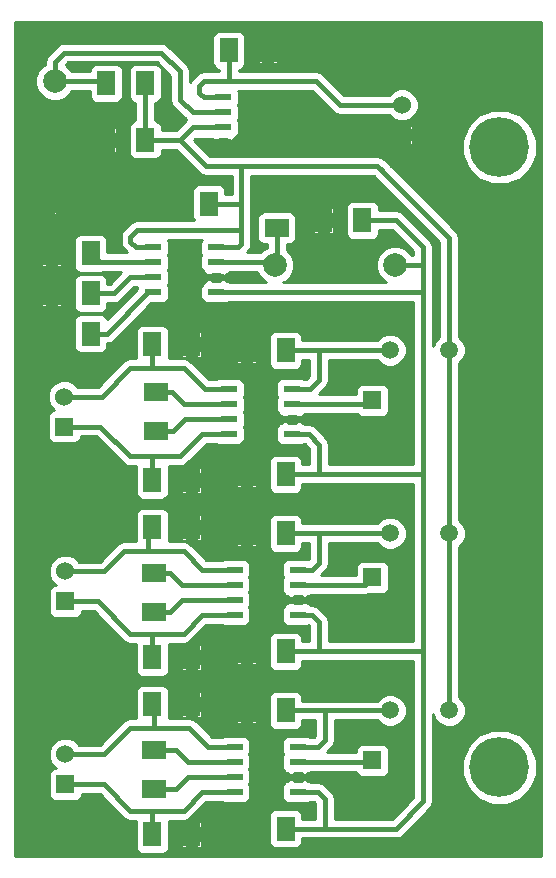
<source format=gtl>
%FSLAX34Y34*%
G04 Gerber Fmt 3.4, Leading zero omitted, Abs format*
G04 (created by PCBNEW (2013-12-18 BZR 4557)-product) date lun 23 dic 2013 19:24:46 CLST*
%MOIN*%
G01*
G70*
G90*
G04 APERTURE LIST*
%ADD10C,0.005906*%
%ADD11C,0.199370*%
%ADD12R,0.060000X0.080000*%
%ADD13C,0.078700*%
%ADD14R,0.080000X0.060000*%
%ADD15R,0.060000X0.060000*%
%ADD16C,0.060000*%
%ADD17R,0.055100X0.023600*%
%ADD18C,0.059055*%
%ADD19C,0.015748*%
%ADD20C,0.010000*%
G04 APERTURE END LIST*
G54D10*
G54D11*
X53937Y-31299D03*
G54D12*
X39015Y-34842D03*
X40315Y-34842D03*
X39015Y-36181D03*
X40315Y-36181D03*
X46220Y-28070D03*
X44920Y-28070D03*
X39015Y-37519D03*
X40315Y-37519D03*
X42952Y-33188D03*
X44252Y-33188D03*
X40826Y-31062D03*
X42126Y-31062D03*
X48070Y-33740D03*
X49370Y-33740D03*
X45511Y-38070D03*
X46811Y-38070D03*
X45511Y-50078D03*
X46811Y-50078D03*
X45511Y-44173D03*
X46811Y-44173D03*
X45511Y-48110D03*
X46811Y-48110D03*
X45511Y-42204D03*
X46811Y-42204D03*
X45511Y-54015D03*
X46811Y-54015D03*
G54D13*
X39114Y-33110D03*
X39114Y-29110D03*
X50453Y-35236D03*
X46453Y-35236D03*
G54D12*
X40826Y-29173D03*
X42126Y-29173D03*
G54D14*
X46515Y-32696D03*
X46515Y-33996D03*
G54D15*
X50688Y-30893D03*
G54D16*
X50688Y-29893D03*
G54D15*
X39429Y-40618D03*
G54D16*
X39429Y-39618D03*
G54D15*
X39468Y-52547D03*
G54D16*
X39468Y-51547D03*
G54D15*
X39468Y-46444D03*
G54D16*
X39468Y-45444D03*
G54D15*
X49704Y-39736D03*
G54D16*
X49704Y-40736D03*
G54D15*
X49704Y-45641D03*
G54D16*
X49704Y-46641D03*
G54D15*
X49704Y-51744D03*
G54D16*
X49704Y-52744D03*
G54D14*
X42500Y-39468D03*
X42500Y-40768D03*
X42421Y-51397D03*
X42421Y-52697D03*
X42421Y-45491D03*
X42421Y-46791D03*
G54D12*
X42361Y-48307D03*
X43661Y-48307D03*
X42361Y-54212D03*
X43661Y-54212D03*
X42361Y-42401D03*
X43661Y-42401D03*
X42361Y-37874D03*
X43661Y-37874D03*
X42361Y-43976D03*
X43661Y-43976D03*
X42361Y-49881D03*
X43661Y-49881D03*
G54D17*
X44494Y-34643D03*
X42394Y-34643D03*
X44494Y-35143D03*
X44494Y-35643D03*
X44494Y-36143D03*
X42394Y-35143D03*
X42394Y-35643D03*
X42394Y-36143D03*
X46817Y-29643D03*
X44717Y-29643D03*
X46817Y-30143D03*
X46817Y-30643D03*
X46817Y-31143D03*
X44717Y-30143D03*
X44717Y-30643D03*
X44717Y-31143D03*
X47014Y-39368D03*
X44914Y-39368D03*
X47014Y-39868D03*
X47014Y-40368D03*
X47014Y-40868D03*
X44914Y-39868D03*
X44914Y-40368D03*
X44914Y-40868D03*
X47211Y-51297D03*
X45111Y-51297D03*
X47211Y-51797D03*
X47211Y-52297D03*
X47211Y-52797D03*
X45111Y-51797D03*
X45111Y-52297D03*
X45111Y-52797D03*
X47211Y-45391D03*
X45111Y-45391D03*
X47211Y-45891D03*
X47211Y-46391D03*
X47211Y-46891D03*
X45111Y-45891D03*
X45111Y-46391D03*
X45111Y-46891D03*
G54D11*
X53937Y-51968D03*
G54D18*
X52263Y-50078D03*
X50295Y-50078D03*
X50295Y-44173D03*
X52263Y-44173D03*
X50295Y-38070D03*
X52263Y-38070D03*
X48326Y-31181D03*
X48129Y-32755D03*
G54D19*
X50688Y-29893D02*
X48614Y-29893D01*
X48614Y-29893D02*
X47814Y-29094D01*
X44920Y-28070D02*
X44920Y-29094D01*
X44717Y-29643D02*
X44076Y-29643D01*
X44074Y-29094D02*
X44920Y-29094D01*
X44920Y-29094D02*
X47814Y-29094D01*
X43917Y-29251D02*
X44074Y-29094D01*
X43917Y-29484D02*
X43917Y-29251D01*
X44076Y-29643D02*
X43917Y-29484D01*
X52263Y-43779D02*
X52263Y-50078D01*
X50295Y-50078D02*
X49507Y-50078D01*
X49507Y-50078D02*
X48129Y-50078D01*
X52263Y-43779D02*
X52263Y-44173D01*
X49311Y-44173D02*
X47933Y-44173D01*
X49311Y-44173D02*
X50295Y-44173D01*
X52263Y-35708D02*
X52263Y-38070D01*
X48720Y-38070D02*
X47933Y-38070D01*
X48720Y-38070D02*
X50295Y-38070D01*
X47211Y-51297D02*
X47895Y-51297D01*
X47895Y-51297D02*
X48129Y-51062D01*
X48129Y-51062D02*
X48129Y-50078D01*
X46811Y-50078D02*
X48129Y-50078D01*
X52263Y-35511D02*
X52263Y-35708D01*
X52263Y-34330D02*
X50098Y-32165D01*
X52263Y-34330D02*
X52263Y-35511D01*
X52263Y-35708D02*
X52263Y-43779D01*
X45177Y-31929D02*
X49862Y-31929D01*
X49862Y-31929D02*
X50098Y-32165D01*
X49980Y-32047D02*
X50098Y-32165D01*
X47211Y-45391D02*
X47698Y-45391D01*
X47698Y-45391D02*
X47933Y-45157D01*
X47933Y-45157D02*
X47933Y-44173D01*
X46811Y-44173D02*
X47933Y-44173D01*
X47014Y-39368D02*
X47620Y-39368D01*
X47620Y-39368D02*
X47933Y-39055D01*
X47933Y-39055D02*
X47933Y-38070D01*
X46811Y-38070D02*
X47933Y-38070D01*
X45334Y-33188D02*
X45334Y-31929D01*
X43287Y-31062D02*
X44153Y-31929D01*
X44153Y-31929D02*
X45177Y-31929D01*
X45177Y-31929D02*
X45334Y-31929D01*
X44252Y-33188D02*
X45334Y-33188D01*
X45334Y-33188D02*
X45334Y-34055D01*
X44494Y-34643D02*
X45218Y-34643D01*
X41828Y-34643D02*
X41633Y-34448D01*
X41633Y-34448D02*
X41633Y-34291D01*
X41633Y-34291D02*
X41870Y-34055D01*
X41870Y-34055D02*
X45334Y-34055D01*
X41828Y-34643D02*
X42394Y-34643D01*
X45334Y-34527D02*
X45334Y-34055D01*
X45218Y-34643D02*
X45334Y-34527D01*
X44717Y-30643D02*
X43706Y-30643D01*
X43287Y-31062D02*
X42126Y-31062D01*
X43706Y-30643D02*
X43287Y-31062D01*
X42126Y-29173D02*
X42126Y-31062D01*
X49370Y-33740D02*
X50492Y-33740D01*
X51397Y-34645D02*
X51397Y-35236D01*
X50492Y-33740D02*
X51397Y-34645D01*
X50885Y-42204D02*
X51397Y-42204D01*
X51397Y-43307D02*
X51397Y-48110D01*
X51397Y-42204D02*
X51397Y-43307D01*
X51397Y-36102D02*
X51397Y-42204D01*
X46811Y-42204D02*
X47933Y-42204D01*
X47211Y-46891D02*
X47698Y-46891D01*
X47933Y-47125D02*
X47933Y-48110D01*
X47698Y-46891D02*
X47933Y-47125D01*
X47211Y-52797D02*
X47895Y-52797D01*
X48129Y-53031D02*
X48129Y-54015D01*
X47895Y-52797D02*
X48129Y-53031D01*
X49901Y-54015D02*
X48129Y-54015D01*
X48129Y-54015D02*
X46811Y-54015D01*
X51397Y-48110D02*
X49114Y-48110D01*
X49114Y-48110D02*
X48129Y-48110D01*
X51397Y-48110D02*
X51397Y-53110D01*
X50492Y-54015D02*
X49901Y-54015D01*
X49901Y-54015D02*
X49704Y-54015D01*
X51397Y-53110D02*
X50492Y-54015D01*
X46811Y-48110D02*
X47933Y-48110D01*
X47933Y-48110D02*
X48129Y-48110D01*
X51279Y-42204D02*
X50885Y-42204D01*
X50885Y-42204D02*
X49114Y-42204D01*
X49114Y-42204D02*
X47933Y-42204D01*
X47014Y-40868D02*
X47580Y-40868D01*
X47933Y-41220D02*
X47933Y-42204D01*
X47580Y-40868D02*
X47933Y-41220D01*
X50453Y-35236D02*
X51397Y-35236D01*
X51397Y-35236D02*
X51397Y-36102D01*
X51356Y-36143D02*
X51397Y-36102D01*
X44494Y-36143D02*
X51356Y-36143D01*
X48289Y-31143D02*
X48326Y-31181D01*
X48129Y-32755D02*
X48070Y-32815D01*
X48070Y-33740D02*
X48070Y-32815D01*
X48289Y-31143D02*
X46817Y-31143D01*
X42394Y-35143D02*
X40616Y-35143D01*
X40616Y-35143D02*
X40315Y-34842D01*
X42394Y-35643D02*
X41620Y-35643D01*
X41082Y-36181D02*
X40315Y-36181D01*
X41620Y-35643D02*
X41082Y-36181D01*
X42394Y-36143D02*
X42222Y-36143D01*
X40846Y-37519D02*
X40315Y-37519D01*
X42222Y-36143D02*
X40846Y-37519D01*
X44717Y-30143D02*
X43706Y-30143D01*
X39114Y-28464D02*
X39114Y-29110D01*
X39429Y-28149D02*
X39114Y-28464D01*
X42657Y-28149D02*
X39429Y-28149D01*
X43287Y-28779D02*
X42657Y-28149D01*
X43287Y-29724D02*
X43287Y-28779D01*
X43706Y-30143D02*
X43287Y-29724D01*
X39114Y-29110D02*
X40763Y-29110D01*
X40763Y-29110D02*
X40826Y-29173D01*
X46515Y-33996D02*
X46515Y-35173D01*
X46515Y-35173D02*
X46453Y-35236D01*
X44494Y-35143D02*
X46360Y-35143D01*
X46360Y-35143D02*
X46453Y-35236D01*
X42361Y-42401D02*
X42361Y-41614D01*
X44914Y-40868D02*
X44037Y-40868D01*
X40637Y-40618D02*
X39429Y-40618D01*
X41633Y-41614D02*
X40637Y-40618D01*
X43291Y-41614D02*
X42361Y-41614D01*
X42361Y-41614D02*
X41633Y-41614D01*
X44037Y-40868D02*
X43291Y-41614D01*
X42361Y-37874D02*
X42361Y-38661D01*
X44914Y-39368D02*
X44112Y-39368D01*
X40677Y-39618D02*
X39429Y-39618D01*
X41633Y-38661D02*
X40677Y-39618D01*
X43405Y-38661D02*
X42361Y-38661D01*
X42361Y-38661D02*
X41633Y-38661D01*
X44112Y-39368D02*
X43405Y-38661D01*
X45111Y-52797D02*
X44033Y-52797D01*
X43405Y-53425D02*
X42361Y-53425D01*
X44033Y-52797D02*
X43405Y-53425D01*
X42361Y-54212D02*
X42361Y-53425D01*
X40755Y-52547D02*
X39468Y-52547D01*
X41633Y-53425D02*
X40755Y-52547D01*
X42361Y-53425D02*
X41633Y-53425D01*
X45111Y-51297D02*
X44230Y-51297D01*
X43602Y-50669D02*
X42421Y-50669D01*
X44230Y-51297D02*
X43602Y-50669D01*
X42421Y-50669D02*
X42421Y-49941D01*
X42421Y-49941D02*
X42361Y-49881D01*
X40755Y-51547D02*
X39468Y-51547D01*
X41633Y-50669D02*
X40755Y-51547D01*
X42421Y-50669D02*
X41633Y-50669D01*
X39468Y-46444D02*
X40559Y-46444D01*
X41633Y-47519D02*
X42361Y-47519D01*
X41633Y-47519D02*
X40559Y-46444D01*
X42361Y-48307D02*
X42361Y-47519D01*
X45111Y-46891D02*
X44033Y-46891D01*
X43405Y-47519D02*
X42361Y-47519D01*
X44033Y-46891D02*
X43405Y-47519D01*
X39468Y-45444D02*
X40755Y-45444D01*
X41437Y-44763D02*
X42224Y-44763D01*
X41437Y-44763D02*
X40755Y-45444D01*
X42224Y-44763D02*
X42224Y-44113D01*
X42224Y-44113D02*
X42361Y-43976D01*
X45111Y-45391D02*
X44033Y-45391D01*
X43405Y-44763D02*
X42224Y-44763D01*
X44033Y-45391D02*
X43405Y-44763D01*
X47014Y-39868D02*
X49572Y-39868D01*
X49572Y-39868D02*
X49704Y-39736D01*
X47211Y-45891D02*
X49454Y-45891D01*
X49454Y-45891D02*
X49704Y-45641D01*
X47211Y-51797D02*
X49651Y-51797D01*
X49651Y-51797D02*
X49704Y-51744D01*
X44914Y-39868D02*
X43431Y-39868D01*
X43031Y-39468D02*
X42500Y-39468D01*
X43431Y-39868D02*
X43031Y-39468D01*
X44914Y-40368D02*
X43470Y-40368D01*
X43070Y-40768D02*
X42500Y-40768D01*
X43470Y-40368D02*
X43070Y-40768D01*
X45111Y-51797D02*
X43549Y-51797D01*
X43549Y-51797D02*
X43149Y-51397D01*
X43149Y-51397D02*
X42618Y-51397D01*
X45111Y-52297D02*
X43549Y-52297D01*
X43549Y-52297D02*
X43149Y-52697D01*
X43149Y-52697D02*
X42618Y-52697D01*
X45111Y-45891D02*
X43352Y-45891D01*
X42952Y-45491D02*
X42421Y-45491D01*
X43352Y-45891D02*
X42952Y-45491D01*
X45111Y-46391D02*
X43352Y-46391D01*
X42952Y-46791D02*
X42421Y-46791D01*
X43352Y-46391D02*
X42952Y-46791D01*
G54D10*
G36*
X51935Y-37628D02*
X51801Y-37761D01*
X51726Y-37943D01*
X51726Y-36102D01*
X51726Y-35236D01*
X51726Y-34645D01*
X51701Y-34519D01*
X51701Y-34519D01*
X51630Y-34413D01*
X50724Y-33507D01*
X50617Y-33436D01*
X50492Y-33411D01*
X49920Y-33411D01*
X49920Y-33290D01*
X49882Y-33198D01*
X49812Y-33128D01*
X49720Y-33090D01*
X49620Y-33090D01*
X49020Y-33090D01*
X48928Y-33128D01*
X48858Y-33198D01*
X48820Y-33290D01*
X48820Y-33389D01*
X48820Y-34189D01*
X48858Y-34281D01*
X48928Y-34352D01*
X49020Y-34390D01*
X49120Y-34390D01*
X49720Y-34390D01*
X49812Y-34352D01*
X49882Y-34281D01*
X49920Y-34189D01*
X49920Y-34090D01*
X49920Y-34068D01*
X50355Y-34068D01*
X51068Y-34781D01*
X51068Y-34907D01*
X51013Y-34907D01*
X50999Y-34872D01*
X50818Y-34691D01*
X50581Y-34592D01*
X50325Y-34592D01*
X50089Y-34690D01*
X49908Y-34871D01*
X49809Y-35107D01*
X49809Y-35363D01*
X49907Y-35600D01*
X50088Y-35781D01*
X50169Y-35814D01*
X48420Y-35814D01*
X48420Y-34150D01*
X48420Y-34130D01*
X48420Y-33952D01*
X48420Y-33527D01*
X48420Y-33350D01*
X48420Y-33330D01*
X48412Y-33311D01*
X48398Y-33297D01*
X48380Y-33290D01*
X48232Y-33290D01*
X48220Y-33302D01*
X48220Y-33540D01*
X48407Y-33540D01*
X48420Y-33527D01*
X48420Y-33952D01*
X48407Y-33940D01*
X48220Y-33940D01*
X48220Y-34177D01*
X48232Y-34190D01*
X48380Y-34190D01*
X48398Y-34182D01*
X48412Y-34168D01*
X48420Y-34150D01*
X48420Y-35814D01*
X47920Y-35814D01*
X47920Y-34177D01*
X47920Y-33940D01*
X47920Y-33540D01*
X47920Y-33302D01*
X47907Y-33290D01*
X47760Y-33290D01*
X47742Y-33297D01*
X47728Y-33311D01*
X47720Y-33330D01*
X47720Y-33350D01*
X47720Y-33527D01*
X47732Y-33540D01*
X47920Y-33540D01*
X47920Y-33940D01*
X47732Y-33940D01*
X47720Y-33952D01*
X47720Y-34130D01*
X47720Y-34150D01*
X47728Y-34168D01*
X47742Y-34182D01*
X47760Y-34190D01*
X47907Y-34190D01*
X47920Y-34177D01*
X47920Y-35814D01*
X46737Y-35814D01*
X46817Y-35782D01*
X46998Y-35601D01*
X47096Y-35364D01*
X47096Y-35108D01*
X46999Y-34872D01*
X46844Y-34717D01*
X46844Y-34546D01*
X46965Y-34546D01*
X47057Y-34508D01*
X47127Y-34438D01*
X47165Y-34346D01*
X47165Y-34246D01*
X47165Y-33646D01*
X47127Y-33554D01*
X47057Y-33484D01*
X46965Y-33446D01*
X46965Y-33006D01*
X46965Y-32858D01*
X46965Y-32533D01*
X46965Y-32386D01*
X46958Y-32368D01*
X46944Y-32354D01*
X46925Y-32346D01*
X46905Y-32346D01*
X46728Y-32346D01*
X46715Y-32358D01*
X46715Y-32546D01*
X46953Y-32546D01*
X46965Y-32533D01*
X46965Y-32858D01*
X46953Y-32846D01*
X46715Y-32846D01*
X46715Y-33033D01*
X46728Y-33046D01*
X46905Y-33046D01*
X46925Y-33046D01*
X46944Y-33038D01*
X46958Y-33024D01*
X46965Y-33006D01*
X46965Y-33446D01*
X46965Y-33446D01*
X46866Y-33446D01*
X46315Y-33446D01*
X46315Y-33033D01*
X46315Y-32846D01*
X46315Y-32546D01*
X46315Y-32358D01*
X46303Y-32346D01*
X46125Y-32346D01*
X46105Y-32346D01*
X46087Y-32354D01*
X46073Y-32368D01*
X46065Y-32386D01*
X46065Y-32533D01*
X46078Y-32546D01*
X46315Y-32546D01*
X46315Y-32846D01*
X46078Y-32846D01*
X46065Y-32858D01*
X46065Y-33006D01*
X46073Y-33024D01*
X46087Y-33038D01*
X46105Y-33046D01*
X46125Y-33046D01*
X46303Y-33046D01*
X46315Y-33033D01*
X46315Y-33446D01*
X46066Y-33446D01*
X45974Y-33484D01*
X45903Y-33554D01*
X45865Y-33646D01*
X45865Y-33746D01*
X45865Y-34346D01*
X45903Y-34438D01*
X45974Y-34508D01*
X46066Y-34546D01*
X46165Y-34546D01*
X46187Y-34546D01*
X46187Y-34649D01*
X46089Y-34690D01*
X45964Y-34814D01*
X45512Y-34814D01*
X45567Y-34760D01*
X45638Y-34653D01*
X45638Y-34653D01*
X45663Y-34527D01*
X45663Y-34055D01*
X45663Y-33188D01*
X45663Y-32257D01*
X49726Y-32257D01*
X49747Y-32279D01*
X49865Y-32397D01*
X51935Y-34466D01*
X51935Y-35511D01*
X51935Y-35708D01*
X51935Y-37628D01*
X51935Y-37628D01*
G37*
G54D20*
X51935Y-37628D02*
X51801Y-37761D01*
X51726Y-37943D01*
X51726Y-36102D01*
X51726Y-35236D01*
X51726Y-34645D01*
X51701Y-34519D01*
X51701Y-34519D01*
X51630Y-34413D01*
X50724Y-33507D01*
X50617Y-33436D01*
X50492Y-33411D01*
X49920Y-33411D01*
X49920Y-33290D01*
X49882Y-33198D01*
X49812Y-33128D01*
X49720Y-33090D01*
X49620Y-33090D01*
X49020Y-33090D01*
X48928Y-33128D01*
X48858Y-33198D01*
X48820Y-33290D01*
X48820Y-33389D01*
X48820Y-34189D01*
X48858Y-34281D01*
X48928Y-34352D01*
X49020Y-34390D01*
X49120Y-34390D01*
X49720Y-34390D01*
X49812Y-34352D01*
X49882Y-34281D01*
X49920Y-34189D01*
X49920Y-34090D01*
X49920Y-34068D01*
X50355Y-34068D01*
X51068Y-34781D01*
X51068Y-34907D01*
X51013Y-34907D01*
X50999Y-34872D01*
X50818Y-34691D01*
X50581Y-34592D01*
X50325Y-34592D01*
X50089Y-34690D01*
X49908Y-34871D01*
X49809Y-35107D01*
X49809Y-35363D01*
X49907Y-35600D01*
X50088Y-35781D01*
X50169Y-35814D01*
X48420Y-35814D01*
X48420Y-34150D01*
X48420Y-34130D01*
X48420Y-33952D01*
X48420Y-33527D01*
X48420Y-33350D01*
X48420Y-33330D01*
X48412Y-33311D01*
X48398Y-33297D01*
X48380Y-33290D01*
X48232Y-33290D01*
X48220Y-33302D01*
X48220Y-33540D01*
X48407Y-33540D01*
X48420Y-33527D01*
X48420Y-33952D01*
X48407Y-33940D01*
X48220Y-33940D01*
X48220Y-34177D01*
X48232Y-34190D01*
X48380Y-34190D01*
X48398Y-34182D01*
X48412Y-34168D01*
X48420Y-34150D01*
X48420Y-35814D01*
X47920Y-35814D01*
X47920Y-34177D01*
X47920Y-33940D01*
X47920Y-33540D01*
X47920Y-33302D01*
X47907Y-33290D01*
X47760Y-33290D01*
X47742Y-33297D01*
X47728Y-33311D01*
X47720Y-33330D01*
X47720Y-33350D01*
X47720Y-33527D01*
X47732Y-33540D01*
X47920Y-33540D01*
X47920Y-33940D01*
X47732Y-33940D01*
X47720Y-33952D01*
X47720Y-34130D01*
X47720Y-34150D01*
X47728Y-34168D01*
X47742Y-34182D01*
X47760Y-34190D01*
X47907Y-34190D01*
X47920Y-34177D01*
X47920Y-35814D01*
X46737Y-35814D01*
X46817Y-35782D01*
X46998Y-35601D01*
X47096Y-35364D01*
X47096Y-35108D01*
X46999Y-34872D01*
X46844Y-34717D01*
X46844Y-34546D01*
X46965Y-34546D01*
X47057Y-34508D01*
X47127Y-34438D01*
X47165Y-34346D01*
X47165Y-34246D01*
X47165Y-33646D01*
X47127Y-33554D01*
X47057Y-33484D01*
X46965Y-33446D01*
X46965Y-33006D01*
X46965Y-32858D01*
X46965Y-32533D01*
X46965Y-32386D01*
X46958Y-32368D01*
X46944Y-32354D01*
X46925Y-32346D01*
X46905Y-32346D01*
X46728Y-32346D01*
X46715Y-32358D01*
X46715Y-32546D01*
X46953Y-32546D01*
X46965Y-32533D01*
X46965Y-32858D01*
X46953Y-32846D01*
X46715Y-32846D01*
X46715Y-33033D01*
X46728Y-33046D01*
X46905Y-33046D01*
X46925Y-33046D01*
X46944Y-33038D01*
X46958Y-33024D01*
X46965Y-33006D01*
X46965Y-33446D01*
X46965Y-33446D01*
X46866Y-33446D01*
X46315Y-33446D01*
X46315Y-33033D01*
X46315Y-32846D01*
X46315Y-32546D01*
X46315Y-32358D01*
X46303Y-32346D01*
X46125Y-32346D01*
X46105Y-32346D01*
X46087Y-32354D01*
X46073Y-32368D01*
X46065Y-32386D01*
X46065Y-32533D01*
X46078Y-32546D01*
X46315Y-32546D01*
X46315Y-32846D01*
X46078Y-32846D01*
X46065Y-32858D01*
X46065Y-33006D01*
X46073Y-33024D01*
X46087Y-33038D01*
X46105Y-33046D01*
X46125Y-33046D01*
X46303Y-33046D01*
X46315Y-33033D01*
X46315Y-33446D01*
X46066Y-33446D01*
X45974Y-33484D01*
X45903Y-33554D01*
X45865Y-33646D01*
X45865Y-33746D01*
X45865Y-34346D01*
X45903Y-34438D01*
X45974Y-34508D01*
X46066Y-34546D01*
X46165Y-34546D01*
X46187Y-34546D01*
X46187Y-34649D01*
X46089Y-34690D01*
X45964Y-34814D01*
X45512Y-34814D01*
X45567Y-34760D01*
X45638Y-34653D01*
X45638Y-34653D01*
X45663Y-34527D01*
X45663Y-34055D01*
X45663Y-33188D01*
X45663Y-32257D01*
X49726Y-32257D01*
X49747Y-32279D01*
X49865Y-32397D01*
X51935Y-34466D01*
X51935Y-35511D01*
X51935Y-35708D01*
X51935Y-37628D01*
G54D10*
G36*
X55330Y-54917D02*
X55184Y-54917D01*
X55184Y-51721D01*
X55184Y-31052D01*
X54994Y-30593D01*
X54644Y-30242D01*
X54186Y-30052D01*
X53690Y-30052D01*
X53231Y-30241D01*
X52880Y-30592D01*
X52690Y-31050D01*
X52689Y-31546D01*
X52879Y-32004D01*
X53229Y-32355D01*
X53687Y-32545D01*
X54183Y-32546D01*
X54642Y-32356D01*
X54993Y-32006D01*
X55183Y-31548D01*
X55184Y-31052D01*
X55184Y-51721D01*
X54994Y-51263D01*
X54644Y-50912D01*
X54186Y-50721D01*
X53690Y-50721D01*
X53231Y-50910D01*
X52880Y-51261D01*
X52809Y-51433D01*
X52809Y-49970D01*
X52726Y-49770D01*
X52592Y-49636D01*
X52592Y-44615D01*
X52725Y-44482D01*
X52808Y-44282D01*
X52809Y-44065D01*
X52726Y-43864D01*
X52592Y-43730D01*
X52592Y-38513D01*
X52725Y-38380D01*
X52808Y-38179D01*
X52809Y-37962D01*
X52726Y-37762D01*
X52592Y-37628D01*
X52592Y-35708D01*
X52592Y-35511D01*
X52592Y-34330D01*
X52567Y-34204D01*
X52567Y-34204D01*
X52496Y-34098D01*
X51038Y-32640D01*
X51038Y-31203D01*
X51038Y-31056D01*
X51038Y-30731D01*
X51038Y-30583D01*
X51031Y-30565D01*
X51017Y-30551D01*
X50998Y-30543D01*
X50979Y-30543D01*
X50851Y-30543D01*
X50838Y-30556D01*
X50838Y-30743D01*
X51026Y-30743D01*
X51038Y-30731D01*
X51038Y-31056D01*
X51026Y-31043D01*
X50838Y-31043D01*
X50838Y-31231D01*
X50851Y-31243D01*
X50979Y-31243D01*
X50998Y-31243D01*
X51017Y-31236D01*
X51031Y-31222D01*
X51038Y-31203D01*
X51038Y-32640D01*
X50538Y-32140D01*
X50538Y-31231D01*
X50538Y-31043D01*
X50538Y-30743D01*
X50538Y-30556D01*
X50526Y-30543D01*
X50398Y-30543D01*
X50379Y-30543D01*
X50360Y-30551D01*
X50346Y-30565D01*
X50338Y-30583D01*
X50338Y-30731D01*
X50351Y-30743D01*
X50538Y-30743D01*
X50538Y-31043D01*
X50351Y-31043D01*
X50338Y-31056D01*
X50338Y-31203D01*
X50346Y-31222D01*
X50360Y-31236D01*
X50379Y-31243D01*
X50398Y-31243D01*
X50526Y-31243D01*
X50538Y-31231D01*
X50538Y-32140D01*
X50330Y-31932D01*
X50212Y-31814D01*
X50094Y-31696D01*
X49988Y-31625D01*
X49862Y-31600D01*
X47143Y-31600D01*
X47143Y-31271D01*
X47143Y-31215D01*
X47143Y-31072D01*
X47143Y-31015D01*
X47143Y-30771D01*
X47143Y-30715D01*
X47143Y-30572D01*
X47143Y-30515D01*
X47143Y-30271D01*
X47143Y-30215D01*
X47143Y-30072D01*
X47143Y-30015D01*
X47143Y-29771D01*
X47143Y-29715D01*
X47143Y-29572D01*
X47143Y-29515D01*
X47135Y-29497D01*
X47121Y-29483D01*
X47103Y-29475D01*
X47083Y-29475D01*
X46967Y-29475D01*
X46955Y-29488D01*
X46955Y-29584D01*
X47130Y-29584D01*
X47143Y-29572D01*
X47143Y-29715D01*
X47130Y-29702D01*
X46955Y-29702D01*
X46955Y-29799D01*
X46967Y-29811D01*
X47083Y-29811D01*
X47103Y-29811D01*
X47121Y-29804D01*
X47135Y-29790D01*
X47143Y-29771D01*
X47143Y-30015D01*
X47135Y-29997D01*
X47121Y-29983D01*
X47103Y-29975D01*
X47083Y-29975D01*
X46967Y-29975D01*
X46955Y-29988D01*
X46955Y-30084D01*
X47130Y-30084D01*
X47143Y-30072D01*
X47143Y-30215D01*
X47130Y-30202D01*
X46955Y-30202D01*
X46955Y-30299D01*
X46967Y-30311D01*
X47083Y-30311D01*
X47103Y-30311D01*
X47121Y-30304D01*
X47135Y-30290D01*
X47143Y-30271D01*
X47143Y-30515D01*
X47135Y-30497D01*
X47121Y-30483D01*
X47103Y-30475D01*
X47083Y-30475D01*
X46967Y-30475D01*
X46955Y-30488D01*
X46955Y-30584D01*
X47130Y-30584D01*
X47143Y-30572D01*
X47143Y-30715D01*
X47130Y-30702D01*
X46955Y-30702D01*
X46955Y-30799D01*
X46967Y-30811D01*
X47083Y-30811D01*
X47103Y-30811D01*
X47121Y-30804D01*
X47135Y-30790D01*
X47143Y-30771D01*
X47143Y-31015D01*
X47135Y-30997D01*
X47121Y-30983D01*
X47103Y-30975D01*
X47083Y-30975D01*
X46967Y-30975D01*
X46955Y-30988D01*
X46955Y-31084D01*
X47130Y-31084D01*
X47143Y-31072D01*
X47143Y-31215D01*
X47130Y-31202D01*
X46955Y-31202D01*
X46955Y-31299D01*
X46967Y-31311D01*
X47083Y-31311D01*
X47103Y-31311D01*
X47121Y-31304D01*
X47135Y-31290D01*
X47143Y-31271D01*
X47143Y-31600D01*
X46679Y-31600D01*
X46679Y-31299D01*
X46679Y-31202D01*
X46679Y-31084D01*
X46679Y-30988D01*
X46679Y-30799D01*
X46679Y-30702D01*
X46679Y-30584D01*
X46679Y-30488D01*
X46679Y-30299D01*
X46679Y-30202D01*
X46679Y-30084D01*
X46679Y-29988D01*
X46679Y-29799D01*
X46679Y-29702D01*
X46679Y-29584D01*
X46679Y-29488D01*
X46667Y-29475D01*
X46552Y-29475D01*
X46532Y-29475D01*
X46513Y-29483D01*
X46499Y-29497D01*
X46492Y-29515D01*
X46492Y-29572D01*
X46504Y-29584D01*
X46679Y-29584D01*
X46679Y-29702D01*
X46504Y-29702D01*
X46492Y-29715D01*
X46492Y-29771D01*
X46499Y-29790D01*
X46513Y-29804D01*
X46532Y-29811D01*
X46552Y-29811D01*
X46667Y-29811D01*
X46679Y-29799D01*
X46679Y-29988D01*
X46667Y-29975D01*
X46552Y-29975D01*
X46532Y-29975D01*
X46513Y-29983D01*
X46499Y-29997D01*
X46492Y-30015D01*
X46492Y-30072D01*
X46504Y-30084D01*
X46679Y-30084D01*
X46679Y-30202D01*
X46504Y-30202D01*
X46492Y-30215D01*
X46492Y-30271D01*
X46499Y-30290D01*
X46513Y-30304D01*
X46532Y-30311D01*
X46552Y-30311D01*
X46667Y-30311D01*
X46679Y-30299D01*
X46679Y-30488D01*
X46667Y-30475D01*
X46552Y-30475D01*
X46532Y-30475D01*
X46513Y-30483D01*
X46499Y-30497D01*
X46492Y-30515D01*
X46492Y-30572D01*
X46504Y-30584D01*
X46679Y-30584D01*
X46679Y-30702D01*
X46504Y-30702D01*
X46492Y-30715D01*
X46492Y-30771D01*
X46499Y-30790D01*
X46513Y-30804D01*
X46532Y-30811D01*
X46552Y-30811D01*
X46667Y-30811D01*
X46679Y-30799D01*
X46679Y-30988D01*
X46667Y-30975D01*
X46552Y-30975D01*
X46532Y-30975D01*
X46513Y-30983D01*
X46499Y-30997D01*
X46492Y-31015D01*
X46492Y-31072D01*
X46504Y-31084D01*
X46679Y-31084D01*
X46679Y-31202D01*
X46504Y-31202D01*
X46492Y-31215D01*
X46492Y-31271D01*
X46499Y-31290D01*
X46513Y-31304D01*
X46532Y-31311D01*
X46552Y-31311D01*
X46667Y-31311D01*
X46679Y-31299D01*
X46679Y-31600D01*
X45334Y-31600D01*
X45177Y-31600D01*
X45043Y-31600D01*
X45043Y-31271D01*
X45043Y-31215D01*
X45030Y-31202D01*
X44855Y-31202D01*
X44855Y-31299D01*
X44867Y-31311D01*
X44983Y-31311D01*
X45003Y-31311D01*
X45021Y-31304D01*
X45035Y-31290D01*
X45043Y-31271D01*
X45043Y-31600D01*
X44579Y-31600D01*
X44579Y-31299D01*
X44579Y-31202D01*
X44404Y-31202D01*
X44392Y-31215D01*
X44392Y-31271D01*
X44399Y-31290D01*
X44413Y-31304D01*
X44432Y-31311D01*
X44452Y-31311D01*
X44567Y-31311D01*
X44579Y-31299D01*
X44579Y-31600D01*
X44289Y-31600D01*
X43752Y-31062D01*
X43789Y-31025D01*
X44392Y-31025D01*
X44392Y-31072D01*
X44404Y-31084D01*
X44579Y-31084D01*
X44579Y-31025D01*
X44855Y-31025D01*
X44855Y-31084D01*
X45030Y-31084D01*
X45043Y-31072D01*
X45043Y-31025D01*
X45667Y-31025D01*
X45667Y-30975D01*
X45129Y-30975D01*
X45134Y-30973D01*
X45205Y-30903D01*
X45243Y-30811D01*
X45243Y-30711D01*
X45243Y-30475D01*
X45209Y-30393D01*
X45243Y-30311D01*
X45243Y-30211D01*
X45243Y-29975D01*
X45209Y-29893D01*
X45243Y-29811D01*
X45243Y-29711D01*
X45243Y-29475D01*
X45221Y-29423D01*
X47678Y-29423D01*
X48381Y-30126D01*
X48488Y-30197D01*
X48488Y-30197D01*
X48614Y-30222D01*
X50240Y-30222D01*
X50377Y-30359D01*
X50579Y-30443D01*
X50797Y-30443D01*
X51000Y-30360D01*
X51154Y-30205D01*
X51238Y-30003D01*
X51239Y-29784D01*
X51155Y-29582D01*
X51000Y-29427D01*
X50798Y-29343D01*
X50580Y-29343D01*
X50377Y-29427D01*
X50239Y-29564D01*
X48750Y-29564D01*
X48047Y-28862D01*
X47940Y-28790D01*
X47814Y-28765D01*
X46570Y-28765D01*
X46570Y-28480D01*
X46570Y-28460D01*
X46570Y-28283D01*
X46570Y-27858D01*
X46570Y-27680D01*
X46570Y-27660D01*
X46563Y-27642D01*
X46549Y-27628D01*
X46530Y-27620D01*
X46383Y-27620D01*
X46370Y-27633D01*
X46370Y-27870D01*
X46558Y-27870D01*
X46570Y-27858D01*
X46570Y-28283D01*
X46558Y-28270D01*
X46370Y-28270D01*
X46370Y-28508D01*
X46383Y-28520D01*
X46530Y-28520D01*
X46549Y-28513D01*
X46563Y-28499D01*
X46570Y-28480D01*
X46570Y-28765D01*
X46070Y-28765D01*
X46070Y-28508D01*
X46070Y-28270D01*
X46070Y-27870D01*
X46070Y-27633D01*
X46058Y-27620D01*
X45910Y-27620D01*
X45892Y-27628D01*
X45878Y-27642D01*
X45870Y-27660D01*
X45870Y-27680D01*
X45870Y-27858D01*
X45883Y-27870D01*
X46070Y-27870D01*
X46070Y-28270D01*
X45883Y-28270D01*
X45870Y-28283D01*
X45870Y-28460D01*
X45870Y-28480D01*
X45878Y-28499D01*
X45892Y-28513D01*
X45910Y-28520D01*
X46058Y-28520D01*
X46070Y-28508D01*
X46070Y-28765D01*
X45249Y-28765D01*
X45249Y-28720D01*
X45270Y-28720D01*
X45362Y-28682D01*
X45432Y-28612D01*
X45470Y-28520D01*
X45470Y-28421D01*
X45470Y-27621D01*
X45432Y-27529D01*
X45362Y-27458D01*
X45270Y-27420D01*
X45171Y-27420D01*
X44571Y-27420D01*
X44479Y-27458D01*
X44408Y-27529D01*
X44370Y-27621D01*
X44370Y-27720D01*
X44370Y-28520D01*
X44408Y-28612D01*
X44479Y-28682D01*
X44571Y-28720D01*
X44592Y-28720D01*
X44592Y-28765D01*
X44074Y-28765D01*
X43948Y-28790D01*
X43842Y-28862D01*
X43684Y-29019D01*
X43616Y-29122D01*
X43616Y-28779D01*
X43591Y-28653D01*
X43591Y-28653D01*
X43519Y-28547D01*
X42889Y-27917D01*
X42783Y-27845D01*
X42657Y-27820D01*
X39429Y-27820D01*
X39303Y-27845D01*
X39196Y-27917D01*
X38881Y-28232D01*
X38810Y-28338D01*
X38785Y-28464D01*
X38785Y-28550D01*
X38750Y-28564D01*
X38568Y-28745D01*
X38470Y-28982D01*
X38470Y-29238D01*
X38568Y-29474D01*
X38749Y-29655D01*
X38985Y-29754D01*
X39241Y-29754D01*
X39478Y-29656D01*
X39659Y-29475D01*
X39674Y-29439D01*
X40276Y-29439D01*
X40276Y-29622D01*
X40314Y-29714D01*
X40384Y-29785D01*
X40476Y-29823D01*
X40576Y-29823D01*
X41176Y-29823D01*
X41267Y-29785D01*
X41338Y-29714D01*
X41376Y-29622D01*
X41376Y-29523D01*
X41376Y-28723D01*
X41338Y-28631D01*
X41267Y-28561D01*
X41176Y-28523D01*
X41076Y-28523D01*
X40476Y-28523D01*
X40384Y-28561D01*
X40314Y-28631D01*
X40276Y-28723D01*
X40276Y-28781D01*
X39674Y-28781D01*
X39660Y-28746D01*
X39479Y-28565D01*
X39478Y-28565D01*
X39565Y-28478D01*
X42521Y-28478D01*
X42958Y-28915D01*
X42958Y-29724D01*
X42983Y-29850D01*
X43054Y-29956D01*
X43474Y-30376D01*
X43500Y-30393D01*
X43500Y-30393D01*
X43474Y-30411D01*
X43151Y-30734D01*
X42676Y-30734D01*
X42676Y-30613D01*
X42638Y-30521D01*
X42567Y-30451D01*
X42476Y-30412D01*
X42455Y-30412D01*
X42455Y-29823D01*
X42476Y-29823D01*
X42567Y-29785D01*
X42638Y-29714D01*
X42676Y-29622D01*
X42676Y-29523D01*
X42676Y-28723D01*
X42638Y-28631D01*
X42567Y-28561D01*
X42476Y-28523D01*
X42376Y-28523D01*
X41776Y-28523D01*
X41684Y-28561D01*
X41614Y-28631D01*
X41576Y-28723D01*
X41576Y-28822D01*
X41576Y-29622D01*
X41614Y-29714D01*
X41684Y-29785D01*
X41776Y-29823D01*
X41797Y-29823D01*
X41797Y-30412D01*
X41776Y-30412D01*
X41684Y-30451D01*
X41614Y-30521D01*
X41576Y-30613D01*
X41576Y-30712D01*
X41576Y-31512D01*
X41614Y-31604D01*
X41684Y-31674D01*
X41776Y-31712D01*
X41876Y-31712D01*
X42476Y-31712D01*
X42567Y-31674D01*
X42638Y-31604D01*
X42676Y-31512D01*
X42676Y-31413D01*
X42676Y-31391D01*
X43151Y-31391D01*
X43921Y-32161D01*
X44027Y-32232D01*
X44027Y-32232D01*
X44153Y-32257D01*
X45005Y-32257D01*
X45005Y-32860D01*
X44802Y-32860D01*
X44802Y-32739D01*
X44764Y-32647D01*
X44693Y-32577D01*
X44602Y-32538D01*
X44502Y-32538D01*
X43902Y-32538D01*
X43810Y-32577D01*
X43740Y-32647D01*
X43702Y-32739D01*
X43702Y-32838D01*
X43702Y-33638D01*
X43738Y-33726D01*
X43302Y-33726D01*
X43302Y-33598D01*
X43302Y-33579D01*
X43302Y-33401D01*
X43302Y-32976D01*
X43302Y-32798D01*
X43302Y-32779D01*
X43294Y-32760D01*
X43280Y-32746D01*
X43262Y-32738D01*
X43114Y-32738D01*
X43102Y-32751D01*
X43102Y-32988D01*
X43289Y-32988D01*
X43302Y-32976D01*
X43302Y-33401D01*
X43289Y-33388D01*
X43102Y-33388D01*
X43102Y-33626D01*
X43114Y-33638D01*
X43262Y-33638D01*
X43280Y-33631D01*
X43294Y-33617D01*
X43302Y-33598D01*
X43302Y-33726D01*
X42802Y-33726D01*
X42802Y-33626D01*
X42802Y-33388D01*
X42802Y-32988D01*
X42802Y-32751D01*
X42789Y-32738D01*
X42642Y-32738D01*
X42624Y-32746D01*
X42609Y-32760D01*
X42602Y-32779D01*
X42602Y-32798D01*
X42602Y-32976D01*
X42614Y-32988D01*
X42802Y-32988D01*
X42802Y-33388D01*
X42614Y-33388D01*
X42602Y-33401D01*
X42602Y-33579D01*
X42602Y-33598D01*
X42609Y-33617D01*
X42624Y-33631D01*
X42642Y-33638D01*
X42789Y-33638D01*
X42802Y-33626D01*
X42802Y-33726D01*
X41870Y-33726D01*
X41744Y-33751D01*
X41637Y-33822D01*
X41401Y-34058D01*
X41330Y-34165D01*
X41305Y-34291D01*
X41305Y-34448D01*
X41330Y-34574D01*
X41401Y-34681D01*
X41535Y-34814D01*
X41176Y-34814D01*
X41176Y-31472D01*
X41176Y-31453D01*
X41176Y-31275D01*
X41176Y-30850D01*
X41176Y-30672D01*
X41176Y-30653D01*
X41168Y-30634D01*
X41154Y-30620D01*
X41136Y-30612D01*
X40988Y-30612D01*
X40976Y-30625D01*
X40976Y-30862D01*
X41163Y-30862D01*
X41176Y-30850D01*
X41176Y-31275D01*
X41163Y-31262D01*
X40976Y-31262D01*
X40976Y-31500D01*
X40988Y-31512D01*
X41136Y-31512D01*
X41154Y-31505D01*
X41168Y-31491D01*
X41176Y-31472D01*
X41176Y-34814D01*
X40865Y-34814D01*
X40865Y-34392D01*
X40827Y-34300D01*
X40756Y-34230D01*
X40676Y-34197D01*
X40676Y-31500D01*
X40676Y-31262D01*
X40676Y-30862D01*
X40676Y-30625D01*
X40663Y-30612D01*
X40516Y-30612D01*
X40498Y-30620D01*
X40483Y-30634D01*
X40476Y-30653D01*
X40476Y-30672D01*
X40476Y-30850D01*
X40488Y-30862D01*
X40676Y-30862D01*
X40676Y-31262D01*
X40488Y-31262D01*
X40476Y-31275D01*
X40476Y-31453D01*
X40476Y-31472D01*
X40483Y-31491D01*
X40498Y-31505D01*
X40516Y-31512D01*
X40663Y-31512D01*
X40676Y-31500D01*
X40676Y-34197D01*
X40665Y-34192D01*
X40565Y-34192D01*
X39965Y-34192D01*
X39873Y-34230D01*
X39803Y-34300D01*
X39765Y-34392D01*
X39765Y-34492D01*
X39765Y-35292D01*
X39803Y-35384D01*
X39873Y-35454D01*
X39965Y-35492D01*
X40065Y-35492D01*
X40665Y-35492D01*
X40713Y-35472D01*
X41326Y-35472D01*
X40946Y-35852D01*
X40865Y-35852D01*
X40865Y-35731D01*
X40827Y-35639D01*
X40756Y-35569D01*
X40665Y-35531D01*
X40565Y-35531D01*
X39965Y-35531D01*
X39873Y-35569D01*
X39803Y-35639D01*
X39765Y-35731D01*
X39765Y-35830D01*
X39765Y-36630D01*
X39803Y-36722D01*
X39873Y-36793D01*
X39965Y-36831D01*
X40065Y-36831D01*
X40665Y-36831D01*
X40756Y-36793D01*
X40827Y-36722D01*
X40865Y-36630D01*
X40865Y-36531D01*
X40865Y-36509D01*
X41082Y-36509D01*
X41208Y-36484D01*
X41208Y-36484D01*
X41315Y-36413D01*
X41756Y-35972D01*
X41870Y-35972D01*
X41869Y-35975D01*
X41869Y-36031D01*
X40855Y-37045D01*
X40827Y-36978D01*
X40756Y-36907D01*
X40665Y-36869D01*
X40565Y-36869D01*
X39965Y-36869D01*
X39873Y-36907D01*
X39803Y-36978D01*
X39765Y-37069D01*
X39765Y-37169D01*
X39765Y-37969D01*
X39803Y-38061D01*
X39873Y-38131D01*
X39965Y-38169D01*
X40065Y-38169D01*
X40665Y-38169D01*
X40756Y-38131D01*
X40827Y-38061D01*
X40865Y-37969D01*
X40865Y-37869D01*
X40865Y-37844D01*
X40972Y-37823D01*
X40972Y-37823D01*
X41078Y-37752D01*
X42319Y-36511D01*
X42720Y-36511D01*
X42811Y-36473D01*
X42882Y-36403D01*
X42920Y-36311D01*
X42920Y-36211D01*
X42920Y-35975D01*
X42886Y-35893D01*
X42920Y-35811D01*
X42920Y-35711D01*
X42920Y-35475D01*
X42886Y-35393D01*
X42920Y-35311D01*
X42920Y-35211D01*
X42920Y-34975D01*
X42886Y-34893D01*
X42920Y-34811D01*
X42920Y-34711D01*
X42920Y-34475D01*
X42882Y-34384D01*
X42882Y-34383D01*
X44007Y-34383D01*
X44007Y-34384D01*
X43969Y-34475D01*
X43969Y-34575D01*
X43969Y-34811D01*
X44003Y-34893D01*
X43969Y-34975D01*
X43969Y-35075D01*
X43969Y-35311D01*
X44007Y-35403D01*
X44077Y-35473D01*
X44082Y-35475D01*
X43544Y-35475D01*
X43544Y-35525D01*
X44169Y-35525D01*
X44169Y-35572D01*
X44181Y-35584D01*
X44357Y-35584D01*
X44357Y-35525D01*
X44632Y-35525D01*
X44632Y-35584D01*
X44807Y-35584D01*
X44820Y-35572D01*
X44820Y-35525D01*
X45444Y-35525D01*
X45444Y-35475D01*
X44907Y-35475D01*
X44911Y-35473D01*
X44913Y-35472D01*
X45854Y-35472D01*
X45907Y-35600D01*
X46088Y-35781D01*
X46169Y-35814D01*
X44913Y-35814D01*
X44911Y-35813D01*
X44907Y-35811D01*
X45444Y-35811D01*
X45444Y-35761D01*
X44820Y-35761D01*
X44820Y-35715D01*
X44807Y-35702D01*
X44632Y-35702D01*
X44632Y-35761D01*
X44357Y-35761D01*
X44357Y-35702D01*
X44181Y-35702D01*
X44169Y-35715D01*
X44169Y-35761D01*
X43544Y-35761D01*
X43544Y-35811D01*
X44082Y-35811D01*
X44077Y-35813D01*
X44007Y-35884D01*
X43969Y-35975D01*
X43969Y-36075D01*
X43969Y-36311D01*
X44007Y-36403D01*
X44077Y-36473D01*
X44169Y-36511D01*
X44269Y-36511D01*
X44820Y-36511D01*
X44911Y-36473D01*
X44913Y-36472D01*
X51068Y-36472D01*
X51068Y-41875D01*
X50885Y-41875D01*
X50840Y-41875D01*
X50840Y-37962D01*
X50757Y-37762D01*
X50604Y-37608D01*
X50404Y-37525D01*
X50187Y-37525D01*
X49986Y-37608D01*
X49852Y-37742D01*
X48720Y-37742D01*
X47933Y-37742D01*
X47361Y-37742D01*
X47361Y-37621D01*
X47323Y-37529D01*
X47253Y-37458D01*
X47161Y-37420D01*
X47061Y-37420D01*
X46461Y-37420D01*
X46369Y-37458D01*
X46299Y-37529D01*
X46261Y-37621D01*
X46261Y-37720D01*
X46261Y-38520D01*
X46299Y-38612D01*
X46369Y-38682D01*
X46461Y-38720D01*
X46561Y-38720D01*
X47161Y-38720D01*
X47253Y-38682D01*
X47323Y-38612D01*
X47361Y-38520D01*
X47361Y-38421D01*
X47361Y-38399D01*
X47604Y-38399D01*
X47604Y-38918D01*
X47483Y-39039D01*
X47432Y-39039D01*
X47431Y-39038D01*
X47339Y-39000D01*
X47240Y-39000D01*
X46689Y-39000D01*
X46597Y-39038D01*
X46527Y-39108D01*
X46489Y-39200D01*
X46489Y-39299D01*
X46489Y-39535D01*
X46523Y-39618D01*
X46489Y-39700D01*
X46489Y-39799D01*
X46489Y-40035D01*
X46527Y-40127D01*
X46597Y-40198D01*
X46602Y-40200D01*
X46064Y-40200D01*
X46064Y-40250D01*
X46689Y-40250D01*
X46689Y-40296D01*
X46701Y-40309D01*
X46876Y-40309D01*
X46876Y-40250D01*
X47152Y-40250D01*
X47152Y-40309D01*
X47327Y-40309D01*
X47340Y-40296D01*
X47340Y-40250D01*
X47964Y-40250D01*
X47964Y-40200D01*
X47426Y-40200D01*
X47431Y-40198D01*
X47432Y-40196D01*
X49211Y-40196D01*
X49263Y-40248D01*
X49354Y-40286D01*
X49454Y-40286D01*
X50054Y-40286D01*
X50146Y-40248D01*
X50216Y-40177D01*
X50254Y-40085D01*
X50254Y-39986D01*
X50254Y-39386D01*
X50216Y-39294D01*
X50146Y-39224D01*
X50054Y-39186D01*
X49954Y-39186D01*
X49354Y-39186D01*
X49263Y-39224D01*
X49192Y-39294D01*
X49154Y-39386D01*
X49154Y-39485D01*
X49154Y-39539D01*
X47913Y-39539D01*
X48165Y-39287D01*
X48236Y-39180D01*
X48236Y-39180D01*
X48261Y-39055D01*
X48261Y-38399D01*
X48720Y-38399D01*
X49852Y-38399D01*
X49985Y-38532D01*
X50186Y-38616D01*
X50403Y-38616D01*
X50603Y-38533D01*
X50757Y-38380D01*
X50840Y-38179D01*
X50840Y-37962D01*
X50840Y-41875D01*
X50054Y-41875D01*
X50054Y-40805D01*
X50054Y-40667D01*
X50029Y-40623D01*
X49916Y-40736D01*
X50029Y-40849D01*
X50054Y-40805D01*
X50054Y-41875D01*
X49817Y-41875D01*
X49817Y-41061D01*
X49817Y-40410D01*
X49773Y-40386D01*
X49635Y-40386D01*
X49591Y-40410D01*
X49704Y-40524D01*
X49817Y-40410D01*
X49817Y-41061D01*
X49704Y-40948D01*
X49591Y-41061D01*
X49635Y-41086D01*
X49773Y-41086D01*
X49817Y-41061D01*
X49817Y-41875D01*
X49492Y-41875D01*
X49492Y-40736D01*
X49379Y-40623D01*
X49354Y-40667D01*
X49354Y-40805D01*
X49379Y-40849D01*
X49492Y-40736D01*
X49492Y-41875D01*
X49114Y-41875D01*
X48261Y-41875D01*
X48261Y-41220D01*
X48236Y-41094D01*
X48236Y-41094D01*
X48165Y-40988D01*
X47813Y-40635D01*
X47706Y-40564D01*
X47580Y-40539D01*
X47432Y-40539D01*
X47431Y-40538D01*
X47426Y-40536D01*
X47964Y-40536D01*
X47964Y-40486D01*
X47340Y-40486D01*
X47340Y-40439D01*
X47327Y-40427D01*
X47152Y-40427D01*
X47152Y-40486D01*
X46876Y-40486D01*
X46876Y-40427D01*
X46701Y-40427D01*
X46689Y-40439D01*
X46689Y-40486D01*
X46064Y-40486D01*
X46064Y-40536D01*
X46602Y-40536D01*
X46597Y-40538D01*
X46527Y-40608D01*
X46489Y-40700D01*
X46489Y-40799D01*
X46489Y-41035D01*
X46527Y-41127D01*
X46597Y-41198D01*
X46689Y-41236D01*
X46788Y-41236D01*
X47339Y-41236D01*
X47431Y-41198D01*
X47432Y-41196D01*
X47444Y-41196D01*
X47604Y-41356D01*
X47604Y-41875D01*
X47361Y-41875D01*
X47361Y-41754D01*
X47323Y-41663D01*
X47253Y-41592D01*
X47161Y-41554D01*
X47061Y-41554D01*
X46461Y-41554D01*
X46369Y-41592D01*
X46299Y-41663D01*
X46261Y-41754D01*
X46261Y-41854D01*
X46261Y-42654D01*
X46299Y-42746D01*
X46369Y-42816D01*
X46461Y-42854D01*
X46561Y-42854D01*
X47161Y-42854D01*
X47253Y-42816D01*
X47323Y-42746D01*
X47361Y-42654D01*
X47361Y-42554D01*
X47361Y-42533D01*
X47933Y-42533D01*
X49114Y-42533D01*
X50885Y-42533D01*
X51068Y-42533D01*
X51068Y-43307D01*
X51068Y-47781D01*
X50840Y-47781D01*
X50840Y-44065D01*
X50757Y-43864D01*
X50604Y-43711D01*
X50404Y-43628D01*
X50187Y-43627D01*
X49986Y-43710D01*
X49852Y-43844D01*
X49311Y-43844D01*
X47933Y-43844D01*
X47361Y-43844D01*
X47361Y-43723D01*
X47323Y-43631D01*
X47253Y-43561D01*
X47161Y-43523D01*
X47061Y-43523D01*
X46461Y-43523D01*
X46369Y-43561D01*
X46299Y-43631D01*
X46261Y-43723D01*
X46261Y-43822D01*
X46261Y-44622D01*
X46299Y-44714D01*
X46369Y-44785D01*
X46461Y-44823D01*
X46561Y-44823D01*
X47161Y-44823D01*
X47253Y-44785D01*
X47323Y-44714D01*
X47361Y-44622D01*
X47361Y-44523D01*
X47361Y-44501D01*
X47604Y-44501D01*
X47604Y-45021D01*
X47582Y-45042D01*
X47536Y-45023D01*
X47437Y-45023D01*
X46886Y-45023D01*
X46794Y-45061D01*
X46723Y-45132D01*
X46685Y-45224D01*
X46685Y-45323D01*
X46685Y-45559D01*
X46719Y-45641D01*
X46685Y-45724D01*
X46685Y-45823D01*
X46685Y-46059D01*
X46723Y-46151D01*
X46794Y-46221D01*
X46799Y-46223D01*
X46261Y-46223D01*
X46261Y-46273D01*
X46885Y-46273D01*
X46885Y-46320D01*
X46898Y-46332D01*
X47073Y-46332D01*
X47073Y-46273D01*
X47349Y-46273D01*
X47349Y-46332D01*
X47524Y-46332D01*
X47536Y-46320D01*
X47536Y-46273D01*
X48161Y-46273D01*
X48161Y-46223D01*
X47623Y-46223D01*
X47628Y-46221D01*
X47629Y-46220D01*
X49454Y-46220D01*
X49580Y-46195D01*
X49580Y-46195D01*
X49586Y-46191D01*
X49586Y-46191D01*
X50054Y-46191D01*
X50146Y-46153D01*
X50216Y-46083D01*
X50254Y-45991D01*
X50254Y-45892D01*
X50254Y-45292D01*
X50216Y-45200D01*
X50146Y-45129D01*
X50054Y-45091D01*
X49954Y-45091D01*
X49354Y-45091D01*
X49263Y-45129D01*
X49192Y-45200D01*
X49154Y-45292D01*
X49154Y-45391D01*
X49154Y-45562D01*
X47992Y-45562D01*
X48165Y-45389D01*
X48236Y-45283D01*
X48236Y-45283D01*
X48261Y-45157D01*
X48261Y-44501D01*
X49311Y-44501D01*
X49852Y-44501D01*
X49985Y-44635D01*
X50186Y-44718D01*
X50403Y-44718D01*
X50603Y-44635D01*
X50757Y-44482D01*
X50840Y-44282D01*
X50840Y-44065D01*
X50840Y-47781D01*
X50054Y-47781D01*
X50054Y-46710D01*
X50054Y-46572D01*
X50029Y-46528D01*
X49916Y-46641D01*
X50029Y-46754D01*
X50054Y-46710D01*
X50054Y-47781D01*
X49817Y-47781D01*
X49817Y-46966D01*
X49817Y-46316D01*
X49773Y-46291D01*
X49635Y-46291D01*
X49591Y-46316D01*
X49704Y-46429D01*
X49817Y-46316D01*
X49817Y-46966D01*
X49704Y-46853D01*
X49591Y-46966D01*
X49635Y-46991D01*
X49773Y-46991D01*
X49817Y-46966D01*
X49817Y-47781D01*
X49492Y-47781D01*
X49492Y-46641D01*
X49379Y-46528D01*
X49354Y-46572D01*
X49354Y-46710D01*
X49379Y-46754D01*
X49492Y-46641D01*
X49492Y-47781D01*
X49114Y-47781D01*
X48261Y-47781D01*
X48261Y-47125D01*
X48236Y-47000D01*
X48236Y-47000D01*
X48165Y-46893D01*
X47931Y-46659D01*
X47824Y-46588D01*
X47698Y-46562D01*
X47629Y-46562D01*
X47628Y-46561D01*
X47623Y-46559D01*
X48161Y-46559D01*
X48161Y-46509D01*
X47536Y-46509D01*
X47536Y-46463D01*
X47524Y-46450D01*
X47349Y-46450D01*
X47349Y-46509D01*
X47073Y-46509D01*
X47073Y-46450D01*
X46898Y-46450D01*
X46885Y-46463D01*
X46885Y-46509D01*
X46261Y-46509D01*
X46261Y-46559D01*
X46799Y-46559D01*
X46794Y-46561D01*
X46723Y-46632D01*
X46685Y-46724D01*
X46685Y-46823D01*
X46685Y-47059D01*
X46723Y-47151D01*
X46794Y-47221D01*
X46886Y-47259D01*
X46985Y-47259D01*
X47536Y-47259D01*
X47582Y-47240D01*
X47604Y-47262D01*
X47604Y-47781D01*
X47361Y-47781D01*
X47361Y-47660D01*
X47323Y-47568D01*
X47253Y-47498D01*
X47161Y-47460D01*
X47061Y-47460D01*
X46461Y-47460D01*
X46369Y-47498D01*
X46299Y-47568D01*
X46261Y-47660D01*
X46261Y-47759D01*
X46261Y-48559D01*
X46299Y-48651D01*
X46369Y-48722D01*
X46461Y-48760D01*
X46561Y-48760D01*
X47161Y-48760D01*
X47253Y-48722D01*
X47323Y-48651D01*
X47361Y-48559D01*
X47361Y-48460D01*
X47361Y-48438D01*
X47933Y-48438D01*
X48129Y-48438D01*
X49114Y-48438D01*
X51068Y-48438D01*
X51068Y-52974D01*
X50840Y-53202D01*
X50840Y-49970D01*
X50757Y-49770D01*
X50604Y-49616D01*
X50404Y-49533D01*
X50187Y-49533D01*
X49986Y-49616D01*
X49852Y-49750D01*
X49507Y-49750D01*
X48129Y-49750D01*
X47361Y-49750D01*
X47361Y-49629D01*
X47323Y-49537D01*
X47253Y-49466D01*
X47161Y-49428D01*
X47061Y-49428D01*
X46461Y-49428D01*
X46369Y-49466D01*
X46299Y-49537D01*
X46261Y-49629D01*
X46261Y-49728D01*
X46261Y-50528D01*
X46299Y-50620D01*
X46369Y-50690D01*
X46461Y-50728D01*
X46561Y-50728D01*
X47161Y-50728D01*
X47253Y-50690D01*
X47323Y-50620D01*
X47361Y-50528D01*
X47361Y-50429D01*
X47361Y-50407D01*
X47801Y-50407D01*
X47801Y-50926D01*
X47759Y-50968D01*
X47629Y-50968D01*
X47628Y-50967D01*
X47536Y-50929D01*
X47437Y-50929D01*
X46886Y-50929D01*
X46794Y-50967D01*
X46723Y-51037D01*
X46685Y-51129D01*
X46685Y-51228D01*
X46685Y-51464D01*
X46719Y-51547D01*
X46685Y-51629D01*
X46685Y-51728D01*
X46685Y-51964D01*
X46723Y-52056D01*
X46794Y-52127D01*
X46799Y-52129D01*
X46261Y-52129D01*
X46261Y-52179D01*
X46885Y-52179D01*
X46885Y-52225D01*
X46898Y-52238D01*
X47073Y-52238D01*
X47073Y-52179D01*
X47349Y-52179D01*
X47349Y-52238D01*
X47524Y-52238D01*
X47536Y-52225D01*
X47536Y-52179D01*
X48161Y-52179D01*
X48161Y-52129D01*
X47623Y-52129D01*
X47628Y-52127D01*
X47629Y-52125D01*
X49168Y-52125D01*
X49192Y-52185D01*
X49263Y-52256D01*
X49354Y-52294D01*
X49454Y-52294D01*
X50054Y-52294D01*
X50146Y-52256D01*
X50216Y-52185D01*
X50254Y-52093D01*
X50254Y-51994D01*
X50254Y-51394D01*
X50216Y-51302D01*
X50146Y-51232D01*
X50054Y-51194D01*
X49954Y-51194D01*
X49354Y-51194D01*
X49263Y-51232D01*
X49192Y-51302D01*
X49154Y-51394D01*
X49154Y-51468D01*
X48189Y-51468D01*
X48362Y-51295D01*
X48433Y-51188D01*
X48433Y-51188D01*
X48458Y-51062D01*
X48458Y-50407D01*
X49507Y-50407D01*
X49852Y-50407D01*
X49985Y-50540D01*
X50186Y-50623D01*
X50403Y-50624D01*
X50603Y-50541D01*
X50757Y-50388D01*
X50840Y-50187D01*
X50840Y-49970D01*
X50840Y-53202D01*
X50355Y-53687D01*
X50054Y-53687D01*
X50054Y-52813D01*
X50054Y-52675D01*
X50029Y-52630D01*
X49916Y-52744D01*
X50029Y-52857D01*
X50054Y-52813D01*
X50054Y-53687D01*
X49901Y-53687D01*
X49817Y-53687D01*
X49817Y-53069D01*
X49817Y-52418D01*
X49773Y-52393D01*
X49635Y-52393D01*
X49591Y-52418D01*
X49704Y-52531D01*
X49817Y-52418D01*
X49817Y-53069D01*
X49704Y-52956D01*
X49591Y-53069D01*
X49635Y-53094D01*
X49773Y-53094D01*
X49817Y-53069D01*
X49817Y-53687D01*
X49704Y-53687D01*
X49492Y-53687D01*
X49492Y-52744D01*
X49379Y-52630D01*
X49354Y-52675D01*
X49354Y-52813D01*
X49379Y-52857D01*
X49492Y-52744D01*
X49492Y-53687D01*
X48458Y-53687D01*
X48458Y-53031D01*
X48433Y-52905D01*
X48433Y-52905D01*
X48362Y-52799D01*
X48128Y-52564D01*
X48021Y-52493D01*
X47895Y-52468D01*
X47629Y-52468D01*
X47628Y-52467D01*
X47623Y-52465D01*
X48161Y-52465D01*
X48161Y-52415D01*
X47536Y-52415D01*
X47536Y-52368D01*
X47524Y-52356D01*
X47349Y-52356D01*
X47349Y-52415D01*
X47073Y-52415D01*
X47073Y-52356D01*
X46898Y-52356D01*
X46885Y-52368D01*
X46885Y-52415D01*
X46261Y-52415D01*
X46261Y-52465D01*
X46799Y-52465D01*
X46794Y-52467D01*
X46723Y-52537D01*
X46685Y-52629D01*
X46685Y-52728D01*
X46685Y-52964D01*
X46723Y-53056D01*
X46794Y-53127D01*
X46886Y-53165D01*
X46985Y-53165D01*
X47536Y-53165D01*
X47628Y-53127D01*
X47629Y-53125D01*
X47759Y-53125D01*
X47801Y-53167D01*
X47801Y-53687D01*
X47361Y-53687D01*
X47361Y-53566D01*
X47323Y-53474D01*
X47253Y-53403D01*
X47161Y-53365D01*
X47061Y-53365D01*
X46461Y-53365D01*
X46369Y-53403D01*
X46299Y-53474D01*
X46261Y-53566D01*
X46261Y-53665D01*
X46261Y-54465D01*
X46299Y-54557D01*
X46369Y-54627D01*
X46461Y-54665D01*
X46561Y-54665D01*
X47161Y-54665D01*
X47253Y-54627D01*
X47323Y-54557D01*
X47361Y-54465D01*
X47361Y-54366D01*
X47361Y-54344D01*
X48129Y-54344D01*
X49704Y-54344D01*
X49901Y-54344D01*
X50492Y-54344D01*
X50617Y-54319D01*
X50617Y-54319D01*
X50724Y-54248D01*
X51630Y-53342D01*
X51701Y-53236D01*
X51701Y-53236D01*
X51726Y-53110D01*
X51726Y-50206D01*
X51801Y-50387D01*
X51954Y-50540D01*
X52154Y-50623D01*
X52371Y-50624D01*
X52572Y-50541D01*
X52725Y-50388D01*
X52808Y-50187D01*
X52809Y-49970D01*
X52809Y-51433D01*
X52690Y-51719D01*
X52689Y-52215D01*
X52879Y-52673D01*
X53229Y-53024D01*
X53687Y-53215D01*
X54183Y-53215D01*
X54642Y-53026D01*
X54993Y-52675D01*
X55183Y-52217D01*
X55184Y-51721D01*
X55184Y-54917D01*
X45861Y-54917D01*
X45861Y-54425D01*
X45861Y-54405D01*
X45861Y-54228D01*
X45861Y-53803D01*
X45861Y-53625D01*
X45861Y-53605D01*
X45861Y-50488D01*
X45861Y-50468D01*
X45861Y-50291D01*
X45861Y-49866D01*
X45861Y-49688D01*
X45861Y-49668D01*
X45861Y-48520D01*
X45861Y-48500D01*
X45861Y-48322D01*
X45861Y-47897D01*
X45861Y-47720D01*
X45861Y-47700D01*
X45861Y-44583D01*
X45861Y-44563D01*
X45861Y-44385D01*
X45861Y-43960D01*
X45861Y-43783D01*
X45861Y-43763D01*
X45861Y-42614D01*
X45861Y-42594D01*
X45861Y-42417D01*
X45861Y-41992D01*
X45861Y-41814D01*
X45861Y-41794D01*
X45861Y-38480D01*
X45861Y-38460D01*
X45861Y-38283D01*
X45861Y-37858D01*
X45861Y-37680D01*
X45861Y-37660D01*
X45853Y-37642D01*
X45839Y-37628D01*
X45821Y-37620D01*
X45673Y-37620D01*
X45661Y-37633D01*
X45661Y-37870D01*
X45848Y-37870D01*
X45861Y-37858D01*
X45861Y-38283D01*
X45848Y-38270D01*
X45661Y-38270D01*
X45661Y-38508D01*
X45673Y-38520D01*
X45821Y-38520D01*
X45839Y-38513D01*
X45853Y-38499D01*
X45861Y-38480D01*
X45861Y-41794D01*
X45853Y-41776D01*
X45839Y-41762D01*
X45821Y-41754D01*
X45673Y-41754D01*
X45661Y-41767D01*
X45661Y-42004D01*
X45848Y-42004D01*
X45861Y-41992D01*
X45861Y-42417D01*
X45848Y-42404D01*
X45661Y-42404D01*
X45661Y-42642D01*
X45673Y-42654D01*
X45821Y-42654D01*
X45839Y-42647D01*
X45853Y-42633D01*
X45861Y-42614D01*
X45861Y-43763D01*
X45853Y-43744D01*
X45839Y-43730D01*
X45821Y-43723D01*
X45673Y-43723D01*
X45661Y-43735D01*
X45661Y-43973D01*
X45848Y-43973D01*
X45861Y-43960D01*
X45861Y-44385D01*
X45848Y-44373D01*
X45661Y-44373D01*
X45661Y-44610D01*
X45673Y-44623D01*
X45821Y-44623D01*
X45839Y-44615D01*
X45853Y-44601D01*
X45861Y-44583D01*
X45861Y-47700D01*
X45853Y-47681D01*
X45839Y-47667D01*
X45821Y-47660D01*
X45673Y-47660D01*
X45661Y-47672D01*
X45661Y-47910D01*
X45848Y-47910D01*
X45861Y-47897D01*
X45861Y-48322D01*
X45848Y-48310D01*
X45661Y-48310D01*
X45661Y-48547D01*
X45673Y-48560D01*
X45821Y-48560D01*
X45839Y-48552D01*
X45853Y-48538D01*
X45861Y-48520D01*
X45861Y-49668D01*
X45853Y-49650D01*
X45839Y-49636D01*
X45821Y-49628D01*
X45673Y-49628D01*
X45661Y-49641D01*
X45661Y-49878D01*
X45848Y-49878D01*
X45861Y-49866D01*
X45861Y-50291D01*
X45848Y-50278D01*
X45661Y-50278D01*
X45661Y-50516D01*
X45673Y-50528D01*
X45821Y-50528D01*
X45839Y-50521D01*
X45853Y-50507D01*
X45861Y-50488D01*
X45861Y-53605D01*
X45853Y-53587D01*
X45839Y-53573D01*
X45821Y-53565D01*
X45673Y-53565D01*
X45661Y-53578D01*
X45661Y-53815D01*
X45848Y-53815D01*
X45861Y-53803D01*
X45861Y-54228D01*
X45848Y-54215D01*
X45661Y-54215D01*
X45661Y-54453D01*
X45673Y-54465D01*
X45821Y-54465D01*
X45839Y-54458D01*
X45853Y-54444D01*
X45861Y-54425D01*
X45861Y-54917D01*
X45636Y-54917D01*
X45636Y-52964D01*
X45636Y-52865D01*
X45636Y-52629D01*
X45602Y-52547D01*
X45636Y-52464D01*
X45636Y-52365D01*
X45636Y-52129D01*
X45602Y-52047D01*
X45636Y-51964D01*
X45636Y-51865D01*
X45636Y-51629D01*
X45602Y-51547D01*
X45636Y-51464D01*
X45636Y-51365D01*
X45636Y-51129D01*
X45636Y-47059D01*
X45636Y-46960D01*
X45636Y-46724D01*
X45602Y-46641D01*
X45636Y-46559D01*
X45636Y-46460D01*
X45636Y-46224D01*
X45602Y-46141D01*
X45636Y-46059D01*
X45636Y-45960D01*
X45636Y-45724D01*
X45602Y-45641D01*
X45636Y-45559D01*
X45636Y-45460D01*
X45636Y-45224D01*
X45598Y-45132D01*
X45528Y-45061D01*
X45440Y-45025D01*
X45440Y-41035D01*
X45440Y-40936D01*
X45440Y-40700D01*
X45405Y-40618D01*
X45440Y-40535D01*
X45440Y-40436D01*
X45440Y-40200D01*
X45405Y-40118D01*
X45440Y-40035D01*
X45440Y-39936D01*
X45440Y-39700D01*
X45405Y-39618D01*
X45440Y-39535D01*
X45440Y-39436D01*
X45440Y-39200D01*
X45402Y-39108D01*
X45361Y-39067D01*
X45361Y-38508D01*
X45361Y-38270D01*
X45361Y-37870D01*
X45361Y-37633D01*
X45348Y-37620D01*
X45201Y-37620D01*
X45183Y-37628D01*
X45169Y-37642D01*
X45161Y-37660D01*
X45161Y-37680D01*
X45161Y-37858D01*
X45173Y-37870D01*
X45361Y-37870D01*
X45361Y-38270D01*
X45173Y-38270D01*
X45161Y-38283D01*
X45161Y-38460D01*
X45161Y-38480D01*
X45169Y-38499D01*
X45183Y-38513D01*
X45201Y-38520D01*
X45348Y-38520D01*
X45361Y-38508D01*
X45361Y-39067D01*
X45331Y-39038D01*
X45239Y-39000D01*
X45140Y-39000D01*
X44589Y-39000D01*
X44497Y-39038D01*
X44496Y-39039D01*
X44248Y-39039D01*
X44011Y-38802D01*
X44011Y-38283D01*
X44011Y-38264D01*
X44011Y-38086D01*
X44011Y-37661D01*
X44011Y-37483D01*
X44011Y-37464D01*
X44004Y-37445D01*
X43990Y-37431D01*
X43971Y-37424D01*
X43824Y-37424D01*
X43811Y-37436D01*
X43811Y-37674D01*
X43999Y-37674D01*
X44011Y-37661D01*
X44011Y-38086D01*
X43999Y-38074D01*
X43811Y-38074D01*
X43811Y-38311D01*
X43824Y-38324D01*
X43971Y-38324D01*
X43990Y-38316D01*
X44004Y-38302D01*
X44011Y-38283D01*
X44011Y-38802D01*
X43637Y-38428D01*
X43531Y-38357D01*
X43511Y-38353D01*
X43511Y-38311D01*
X43511Y-38074D01*
X43511Y-37674D01*
X43511Y-37436D01*
X43499Y-37424D01*
X43351Y-37424D01*
X43333Y-37431D01*
X43319Y-37445D01*
X43311Y-37464D01*
X43311Y-37483D01*
X43311Y-37661D01*
X43324Y-37674D01*
X43511Y-37674D01*
X43511Y-38074D01*
X43324Y-38074D01*
X43311Y-38086D01*
X43311Y-38264D01*
X43311Y-38283D01*
X43319Y-38302D01*
X43333Y-38316D01*
X43351Y-38324D01*
X43499Y-38324D01*
X43511Y-38311D01*
X43511Y-38353D01*
X43405Y-38332D01*
X42908Y-38332D01*
X42911Y-38323D01*
X42911Y-38224D01*
X42911Y-37424D01*
X42873Y-37332D01*
X42803Y-37262D01*
X42711Y-37224D01*
X42612Y-37224D01*
X42012Y-37224D01*
X41920Y-37262D01*
X41849Y-37332D01*
X41811Y-37424D01*
X41811Y-37523D01*
X41811Y-38323D01*
X41815Y-38332D01*
X41633Y-38332D01*
X41508Y-38357D01*
X41401Y-38428D01*
X40540Y-39289D01*
X39878Y-39289D01*
X39741Y-39152D01*
X39559Y-39076D01*
X39559Y-33190D01*
X39559Y-33030D01*
X39531Y-32971D01*
X39392Y-33110D01*
X39531Y-33249D01*
X39559Y-33190D01*
X39559Y-39076D01*
X39539Y-39068D01*
X39365Y-39068D01*
X39365Y-37929D01*
X39365Y-37909D01*
X39365Y-37732D01*
X39365Y-37307D01*
X39365Y-37129D01*
X39365Y-37109D01*
X39365Y-36591D01*
X39365Y-36571D01*
X39365Y-36393D01*
X39365Y-35968D01*
X39365Y-35791D01*
X39365Y-35771D01*
X39365Y-35252D01*
X39365Y-35232D01*
X39365Y-35055D01*
X39365Y-34630D01*
X39365Y-34452D01*
X39365Y-34432D01*
X39357Y-34414D01*
X39343Y-34400D01*
X39325Y-34392D01*
X39253Y-34392D01*
X39253Y-33527D01*
X39253Y-32693D01*
X39194Y-32665D01*
X39034Y-32665D01*
X38975Y-32693D01*
X39114Y-32832D01*
X39253Y-32693D01*
X39253Y-33527D01*
X39114Y-33388D01*
X38975Y-33527D01*
X39034Y-33555D01*
X39194Y-33555D01*
X39253Y-33527D01*
X39253Y-34392D01*
X39177Y-34392D01*
X39165Y-34405D01*
X39165Y-34642D01*
X39352Y-34642D01*
X39365Y-34630D01*
X39365Y-35055D01*
X39352Y-35042D01*
X39165Y-35042D01*
X39165Y-35280D01*
X39177Y-35292D01*
X39325Y-35292D01*
X39343Y-35284D01*
X39357Y-35270D01*
X39365Y-35252D01*
X39365Y-35771D01*
X39357Y-35752D01*
X39343Y-35738D01*
X39325Y-35731D01*
X39177Y-35731D01*
X39165Y-35743D01*
X39165Y-35981D01*
X39352Y-35981D01*
X39365Y-35968D01*
X39365Y-36393D01*
X39352Y-36381D01*
X39165Y-36381D01*
X39165Y-36618D01*
X39177Y-36631D01*
X39325Y-36631D01*
X39343Y-36623D01*
X39357Y-36609D01*
X39365Y-36591D01*
X39365Y-37109D01*
X39357Y-37091D01*
X39343Y-37077D01*
X39325Y-37069D01*
X39177Y-37069D01*
X39165Y-37082D01*
X39165Y-37319D01*
X39352Y-37319D01*
X39365Y-37307D01*
X39365Y-37732D01*
X39352Y-37719D01*
X39165Y-37719D01*
X39165Y-37957D01*
X39177Y-37969D01*
X39325Y-37969D01*
X39343Y-37962D01*
X39357Y-37948D01*
X39365Y-37929D01*
X39365Y-39068D01*
X39320Y-39068D01*
X39117Y-39151D01*
X38963Y-39306D01*
X38879Y-39508D01*
X38879Y-39727D01*
X38962Y-39929D01*
X39101Y-40068D01*
X39079Y-40068D01*
X38987Y-40106D01*
X38917Y-40176D01*
X38879Y-40268D01*
X38879Y-40367D01*
X38879Y-40967D01*
X38917Y-41059D01*
X38987Y-41130D01*
X39079Y-41168D01*
X39178Y-41168D01*
X39778Y-41168D01*
X39870Y-41130D01*
X39941Y-41059D01*
X39979Y-40967D01*
X39979Y-40946D01*
X40501Y-40946D01*
X41401Y-41846D01*
X41508Y-41917D01*
X41508Y-41917D01*
X41633Y-41942D01*
X41815Y-41942D01*
X41811Y-41951D01*
X41811Y-42051D01*
X41811Y-42851D01*
X41849Y-42943D01*
X41920Y-43013D01*
X42012Y-43051D01*
X42111Y-43051D01*
X42711Y-43051D01*
X42803Y-43013D01*
X42873Y-42943D01*
X42911Y-42851D01*
X42911Y-42751D01*
X42911Y-41951D01*
X42908Y-41942D01*
X43291Y-41942D01*
X43417Y-41917D01*
X43417Y-41917D01*
X43523Y-41846D01*
X44173Y-41196D01*
X44496Y-41196D01*
X44497Y-41198D01*
X44589Y-41236D01*
X44688Y-41236D01*
X45239Y-41236D01*
X45331Y-41198D01*
X45402Y-41127D01*
X45440Y-41035D01*
X45440Y-45025D01*
X45436Y-45023D01*
X45361Y-45023D01*
X45361Y-44610D01*
X45361Y-44373D01*
X45361Y-43973D01*
X45361Y-43735D01*
X45361Y-42642D01*
X45361Y-42404D01*
X45361Y-42004D01*
X45361Y-41767D01*
X45348Y-41754D01*
X45201Y-41754D01*
X45183Y-41762D01*
X45169Y-41776D01*
X45161Y-41794D01*
X45161Y-41814D01*
X45161Y-41992D01*
X45173Y-42004D01*
X45361Y-42004D01*
X45361Y-42404D01*
X45173Y-42404D01*
X45161Y-42417D01*
X45161Y-42594D01*
X45161Y-42614D01*
X45169Y-42633D01*
X45183Y-42647D01*
X45201Y-42654D01*
X45348Y-42654D01*
X45361Y-42642D01*
X45361Y-43735D01*
X45348Y-43723D01*
X45201Y-43723D01*
X45183Y-43730D01*
X45169Y-43744D01*
X45161Y-43763D01*
X45161Y-43783D01*
X45161Y-43960D01*
X45173Y-43973D01*
X45361Y-43973D01*
X45361Y-44373D01*
X45173Y-44373D01*
X45161Y-44385D01*
X45161Y-44563D01*
X45161Y-44583D01*
X45169Y-44601D01*
X45183Y-44615D01*
X45201Y-44623D01*
X45348Y-44623D01*
X45361Y-44610D01*
X45361Y-45023D01*
X45337Y-45023D01*
X44786Y-45023D01*
X44694Y-45061D01*
X44693Y-45062D01*
X44169Y-45062D01*
X44011Y-44905D01*
X44011Y-44386D01*
X44011Y-44366D01*
X44011Y-44188D01*
X44011Y-43763D01*
X44011Y-43586D01*
X44011Y-43566D01*
X44011Y-42811D01*
X44011Y-42791D01*
X44011Y-42614D01*
X44011Y-42189D01*
X44011Y-42011D01*
X44011Y-41991D01*
X44004Y-41973D01*
X43990Y-41959D01*
X43971Y-41951D01*
X43824Y-41951D01*
X43811Y-41964D01*
X43811Y-42201D01*
X43999Y-42201D01*
X44011Y-42189D01*
X44011Y-42614D01*
X43999Y-42601D01*
X43811Y-42601D01*
X43811Y-42839D01*
X43824Y-42851D01*
X43971Y-42851D01*
X43990Y-42843D01*
X44004Y-42829D01*
X44011Y-42811D01*
X44011Y-43566D01*
X44004Y-43548D01*
X43990Y-43533D01*
X43971Y-43526D01*
X43824Y-43526D01*
X43811Y-43538D01*
X43811Y-43776D01*
X43999Y-43776D01*
X44011Y-43763D01*
X44011Y-44188D01*
X43999Y-44176D01*
X43811Y-44176D01*
X43811Y-44413D01*
X43824Y-44426D01*
X43971Y-44426D01*
X43990Y-44418D01*
X44004Y-44404D01*
X44011Y-44386D01*
X44011Y-44905D01*
X43637Y-44531D01*
X43531Y-44460D01*
X43511Y-44456D01*
X43511Y-44413D01*
X43511Y-44176D01*
X43511Y-43776D01*
X43511Y-43538D01*
X43511Y-42839D01*
X43511Y-42601D01*
X43511Y-42201D01*
X43511Y-41964D01*
X43499Y-41951D01*
X43351Y-41951D01*
X43333Y-41959D01*
X43319Y-41973D01*
X43311Y-41991D01*
X43311Y-42011D01*
X43311Y-42189D01*
X43324Y-42201D01*
X43511Y-42201D01*
X43511Y-42601D01*
X43324Y-42601D01*
X43311Y-42614D01*
X43311Y-42791D01*
X43311Y-42811D01*
X43319Y-42829D01*
X43333Y-42843D01*
X43351Y-42851D01*
X43499Y-42851D01*
X43511Y-42839D01*
X43511Y-43538D01*
X43499Y-43526D01*
X43351Y-43526D01*
X43333Y-43533D01*
X43319Y-43548D01*
X43311Y-43566D01*
X43311Y-43586D01*
X43311Y-43763D01*
X43324Y-43776D01*
X43511Y-43776D01*
X43511Y-44176D01*
X43324Y-44176D01*
X43311Y-44188D01*
X43311Y-44366D01*
X43311Y-44386D01*
X43319Y-44404D01*
X43333Y-44418D01*
X43351Y-44426D01*
X43499Y-44426D01*
X43511Y-44413D01*
X43511Y-44456D01*
X43405Y-44435D01*
X42908Y-44435D01*
X42911Y-44426D01*
X42911Y-44326D01*
X42911Y-43526D01*
X42873Y-43434D01*
X42803Y-43364D01*
X42711Y-43326D01*
X42612Y-43326D01*
X42012Y-43326D01*
X41920Y-43364D01*
X41849Y-43434D01*
X41811Y-43526D01*
X41811Y-43626D01*
X41811Y-44426D01*
X41815Y-44435D01*
X41437Y-44435D01*
X41311Y-44460D01*
X41204Y-44531D01*
X40619Y-45116D01*
X39917Y-45116D01*
X39780Y-44978D01*
X39578Y-44894D01*
X39359Y-44894D01*
X39157Y-44978D01*
X39002Y-45132D01*
X38918Y-45335D01*
X38918Y-45553D01*
X39001Y-45756D01*
X39140Y-45894D01*
X39118Y-45894D01*
X39026Y-45932D01*
X38956Y-46003D01*
X38918Y-46095D01*
X38918Y-46194D01*
X38918Y-46794D01*
X38956Y-46886D01*
X39026Y-46956D01*
X39118Y-46994D01*
X39218Y-46994D01*
X39818Y-46994D01*
X39910Y-46956D01*
X39980Y-46886D01*
X40018Y-46794D01*
X40018Y-46773D01*
X40422Y-46773D01*
X41401Y-47752D01*
X41508Y-47823D01*
X41508Y-47823D01*
X41633Y-47848D01*
X41815Y-47848D01*
X41811Y-47857D01*
X41811Y-47956D01*
X41811Y-48756D01*
X41849Y-48848D01*
X41920Y-48919D01*
X42012Y-48957D01*
X42111Y-48957D01*
X42711Y-48957D01*
X42803Y-48919D01*
X42873Y-48848D01*
X42911Y-48756D01*
X42911Y-48657D01*
X42911Y-47857D01*
X42908Y-47848D01*
X43405Y-47848D01*
X43531Y-47823D01*
X43531Y-47823D01*
X43637Y-47752D01*
X44169Y-47220D01*
X44693Y-47220D01*
X44694Y-47221D01*
X44786Y-47259D01*
X44885Y-47259D01*
X45436Y-47259D01*
X45528Y-47221D01*
X45598Y-47151D01*
X45636Y-47059D01*
X45636Y-51129D01*
X45598Y-51037D01*
X45528Y-50967D01*
X45436Y-50929D01*
X45361Y-50929D01*
X45361Y-50516D01*
X45361Y-50278D01*
X45361Y-49878D01*
X45361Y-49641D01*
X45361Y-48547D01*
X45361Y-48310D01*
X45361Y-47910D01*
X45361Y-47672D01*
X45348Y-47660D01*
X45201Y-47660D01*
X45183Y-47667D01*
X45169Y-47681D01*
X45161Y-47700D01*
X45161Y-47720D01*
X45161Y-47897D01*
X45173Y-47910D01*
X45361Y-47910D01*
X45361Y-48310D01*
X45173Y-48310D01*
X45161Y-48322D01*
X45161Y-48500D01*
X45161Y-48520D01*
X45169Y-48538D01*
X45183Y-48552D01*
X45201Y-48560D01*
X45348Y-48560D01*
X45361Y-48547D01*
X45361Y-49641D01*
X45348Y-49628D01*
X45201Y-49628D01*
X45183Y-49636D01*
X45169Y-49650D01*
X45161Y-49668D01*
X45161Y-49688D01*
X45161Y-49866D01*
X45173Y-49878D01*
X45361Y-49878D01*
X45361Y-50278D01*
X45173Y-50278D01*
X45161Y-50291D01*
X45161Y-50468D01*
X45161Y-50488D01*
X45169Y-50507D01*
X45183Y-50521D01*
X45201Y-50528D01*
X45348Y-50528D01*
X45361Y-50516D01*
X45361Y-50929D01*
X45337Y-50929D01*
X44786Y-50929D01*
X44694Y-50967D01*
X44693Y-50968D01*
X44366Y-50968D01*
X44011Y-50613D01*
X44011Y-50291D01*
X44011Y-50271D01*
X44011Y-50094D01*
X44011Y-49669D01*
X44011Y-49491D01*
X44011Y-49471D01*
X44011Y-48717D01*
X44011Y-48697D01*
X44011Y-48519D01*
X44011Y-48094D01*
X44011Y-47917D01*
X44011Y-47897D01*
X44004Y-47878D01*
X43990Y-47864D01*
X43971Y-47857D01*
X43824Y-47857D01*
X43811Y-47869D01*
X43811Y-48107D01*
X43999Y-48107D01*
X44011Y-48094D01*
X44011Y-48519D01*
X43999Y-48507D01*
X43811Y-48507D01*
X43811Y-48744D01*
X43824Y-48757D01*
X43971Y-48757D01*
X43990Y-48749D01*
X44004Y-48735D01*
X44011Y-48717D01*
X44011Y-49471D01*
X44004Y-49453D01*
X43990Y-49439D01*
X43971Y-49431D01*
X43824Y-49431D01*
X43811Y-49444D01*
X43811Y-49681D01*
X43999Y-49681D01*
X44011Y-49669D01*
X44011Y-50094D01*
X43999Y-50081D01*
X43811Y-50081D01*
X43811Y-50319D01*
X43824Y-50331D01*
X43971Y-50331D01*
X43990Y-50324D01*
X44004Y-50310D01*
X44011Y-50291D01*
X44011Y-50613D01*
X43834Y-50436D01*
X43728Y-50365D01*
X43602Y-50340D01*
X43511Y-50340D01*
X43511Y-50319D01*
X43511Y-50081D01*
X43511Y-49681D01*
X43511Y-49444D01*
X43511Y-48744D01*
X43511Y-48507D01*
X43511Y-48107D01*
X43511Y-47869D01*
X43499Y-47857D01*
X43351Y-47857D01*
X43333Y-47864D01*
X43319Y-47878D01*
X43311Y-47897D01*
X43311Y-47917D01*
X43311Y-48094D01*
X43324Y-48107D01*
X43511Y-48107D01*
X43511Y-48507D01*
X43324Y-48507D01*
X43311Y-48519D01*
X43311Y-48697D01*
X43311Y-48717D01*
X43319Y-48735D01*
X43333Y-48749D01*
X43351Y-48757D01*
X43499Y-48757D01*
X43511Y-48744D01*
X43511Y-49444D01*
X43499Y-49431D01*
X43351Y-49431D01*
X43333Y-49439D01*
X43319Y-49453D01*
X43311Y-49471D01*
X43311Y-49491D01*
X43311Y-49669D01*
X43324Y-49681D01*
X43511Y-49681D01*
X43511Y-50081D01*
X43324Y-50081D01*
X43311Y-50094D01*
X43311Y-50271D01*
X43311Y-50291D01*
X43319Y-50310D01*
X43333Y-50324D01*
X43351Y-50331D01*
X43499Y-50331D01*
X43511Y-50319D01*
X43511Y-50340D01*
X42908Y-50340D01*
X42911Y-50331D01*
X42911Y-50232D01*
X42911Y-49432D01*
X42873Y-49340D01*
X42803Y-49269D01*
X42711Y-49231D01*
X42612Y-49231D01*
X42012Y-49231D01*
X41920Y-49269D01*
X41849Y-49340D01*
X41811Y-49432D01*
X41811Y-49531D01*
X41811Y-50331D01*
X41815Y-50340D01*
X41633Y-50340D01*
X41508Y-50365D01*
X41401Y-50436D01*
X40619Y-51218D01*
X39917Y-51218D01*
X39780Y-51081D01*
X39578Y-50997D01*
X39359Y-50997D01*
X39157Y-51080D01*
X39002Y-51235D01*
X38918Y-51437D01*
X38918Y-51656D01*
X39001Y-51858D01*
X39140Y-51997D01*
X39118Y-51997D01*
X39026Y-52035D01*
X38956Y-52105D01*
X38918Y-52197D01*
X38918Y-52296D01*
X38918Y-52896D01*
X38956Y-52988D01*
X39026Y-53059D01*
X39118Y-53097D01*
X39218Y-53097D01*
X39818Y-53097D01*
X39910Y-53059D01*
X39980Y-52988D01*
X40018Y-52896D01*
X40018Y-52875D01*
X40619Y-52875D01*
X41401Y-53657D01*
X41508Y-53728D01*
X41508Y-53728D01*
X41633Y-53753D01*
X41815Y-53753D01*
X41811Y-53762D01*
X41811Y-53862D01*
X41811Y-54662D01*
X41849Y-54754D01*
X41920Y-54824D01*
X42012Y-54862D01*
X42111Y-54862D01*
X42711Y-54862D01*
X42803Y-54824D01*
X42873Y-54754D01*
X42911Y-54662D01*
X42911Y-54562D01*
X42911Y-53762D01*
X42908Y-53753D01*
X43405Y-53753D01*
X43531Y-53728D01*
X43531Y-53728D01*
X43637Y-53657D01*
X44169Y-53125D01*
X44693Y-53125D01*
X44694Y-53127D01*
X44786Y-53165D01*
X44885Y-53165D01*
X45436Y-53165D01*
X45528Y-53127D01*
X45598Y-53056D01*
X45636Y-52964D01*
X45636Y-54917D01*
X45361Y-54917D01*
X45361Y-54453D01*
X45361Y-54215D01*
X45361Y-53815D01*
X45361Y-53578D01*
X45348Y-53565D01*
X45201Y-53565D01*
X45183Y-53573D01*
X45169Y-53587D01*
X45161Y-53605D01*
X45161Y-53625D01*
X45161Y-53803D01*
X45173Y-53815D01*
X45361Y-53815D01*
X45361Y-54215D01*
X45173Y-54215D01*
X45161Y-54228D01*
X45161Y-54405D01*
X45161Y-54425D01*
X45169Y-54444D01*
X45183Y-54458D01*
X45201Y-54465D01*
X45348Y-54465D01*
X45361Y-54453D01*
X45361Y-54917D01*
X44011Y-54917D01*
X44011Y-54622D01*
X44011Y-54602D01*
X44011Y-54425D01*
X44011Y-54000D01*
X44011Y-53822D01*
X44011Y-53802D01*
X44004Y-53784D01*
X43990Y-53770D01*
X43971Y-53762D01*
X43824Y-53762D01*
X43811Y-53775D01*
X43811Y-54012D01*
X43999Y-54012D01*
X44011Y-54000D01*
X44011Y-54425D01*
X43999Y-54412D01*
X43811Y-54412D01*
X43811Y-54650D01*
X43824Y-54662D01*
X43971Y-54662D01*
X43990Y-54654D01*
X44004Y-54640D01*
X44011Y-54622D01*
X44011Y-54917D01*
X43511Y-54917D01*
X43511Y-54650D01*
X43511Y-54412D01*
X43511Y-54012D01*
X43511Y-53775D01*
X43499Y-53762D01*
X43351Y-53762D01*
X43333Y-53770D01*
X43319Y-53784D01*
X43311Y-53802D01*
X43311Y-53822D01*
X43311Y-54000D01*
X43324Y-54012D01*
X43511Y-54012D01*
X43511Y-54412D01*
X43324Y-54412D01*
X43311Y-54425D01*
X43311Y-54602D01*
X43311Y-54622D01*
X43319Y-54640D01*
X43333Y-54654D01*
X43351Y-54662D01*
X43499Y-54662D01*
X43511Y-54650D01*
X43511Y-54917D01*
X38865Y-54917D01*
X38865Y-37957D01*
X38865Y-37719D01*
X38865Y-37319D01*
X38865Y-37082D01*
X38865Y-36618D01*
X38865Y-36381D01*
X38865Y-35981D01*
X38865Y-35743D01*
X38865Y-35280D01*
X38865Y-35042D01*
X38865Y-34642D01*
X38865Y-34405D01*
X38852Y-34392D01*
X38835Y-34392D01*
X38835Y-33110D01*
X38697Y-32971D01*
X38669Y-33030D01*
X38669Y-33190D01*
X38697Y-33249D01*
X38835Y-33110D01*
X38835Y-34392D01*
X38705Y-34392D01*
X38687Y-34400D01*
X38672Y-34414D01*
X38665Y-34432D01*
X38665Y-34452D01*
X38665Y-34630D01*
X38677Y-34642D01*
X38865Y-34642D01*
X38865Y-35042D01*
X38677Y-35042D01*
X38665Y-35055D01*
X38665Y-35232D01*
X38665Y-35252D01*
X38672Y-35270D01*
X38687Y-35284D01*
X38705Y-35292D01*
X38852Y-35292D01*
X38865Y-35280D01*
X38865Y-35743D01*
X38852Y-35731D01*
X38705Y-35731D01*
X38687Y-35738D01*
X38672Y-35752D01*
X38665Y-35771D01*
X38665Y-35791D01*
X38665Y-35968D01*
X38677Y-35981D01*
X38865Y-35981D01*
X38865Y-36381D01*
X38677Y-36381D01*
X38665Y-36393D01*
X38665Y-36571D01*
X38665Y-36591D01*
X38672Y-36609D01*
X38687Y-36623D01*
X38705Y-36631D01*
X38852Y-36631D01*
X38865Y-36618D01*
X38865Y-37082D01*
X38852Y-37069D01*
X38705Y-37069D01*
X38687Y-37077D01*
X38672Y-37091D01*
X38665Y-37109D01*
X38665Y-37129D01*
X38665Y-37307D01*
X38677Y-37319D01*
X38865Y-37319D01*
X38865Y-37719D01*
X38677Y-37719D01*
X38665Y-37732D01*
X38665Y-37909D01*
X38665Y-37929D01*
X38672Y-37948D01*
X38687Y-37962D01*
X38705Y-37969D01*
X38852Y-37969D01*
X38865Y-37957D01*
X38865Y-54917D01*
X37779Y-54917D01*
X37779Y-27129D01*
X55330Y-27129D01*
X55330Y-54917D01*
X55330Y-54917D01*
G37*
G54D20*
X55330Y-54917D02*
X55184Y-54917D01*
X55184Y-51721D01*
X55184Y-31052D01*
X54994Y-30593D01*
X54644Y-30242D01*
X54186Y-30052D01*
X53690Y-30052D01*
X53231Y-30241D01*
X52880Y-30592D01*
X52690Y-31050D01*
X52689Y-31546D01*
X52879Y-32004D01*
X53229Y-32355D01*
X53687Y-32545D01*
X54183Y-32546D01*
X54642Y-32356D01*
X54993Y-32006D01*
X55183Y-31548D01*
X55184Y-31052D01*
X55184Y-51721D01*
X54994Y-51263D01*
X54644Y-50912D01*
X54186Y-50721D01*
X53690Y-50721D01*
X53231Y-50910D01*
X52880Y-51261D01*
X52809Y-51433D01*
X52809Y-49970D01*
X52726Y-49770D01*
X52592Y-49636D01*
X52592Y-44615D01*
X52725Y-44482D01*
X52808Y-44282D01*
X52809Y-44065D01*
X52726Y-43864D01*
X52592Y-43730D01*
X52592Y-38513D01*
X52725Y-38380D01*
X52808Y-38179D01*
X52809Y-37962D01*
X52726Y-37762D01*
X52592Y-37628D01*
X52592Y-35708D01*
X52592Y-35511D01*
X52592Y-34330D01*
X52567Y-34204D01*
X52567Y-34204D01*
X52496Y-34098D01*
X51038Y-32640D01*
X51038Y-31203D01*
X51038Y-31056D01*
X51038Y-30731D01*
X51038Y-30583D01*
X51031Y-30565D01*
X51017Y-30551D01*
X50998Y-30543D01*
X50979Y-30543D01*
X50851Y-30543D01*
X50838Y-30556D01*
X50838Y-30743D01*
X51026Y-30743D01*
X51038Y-30731D01*
X51038Y-31056D01*
X51026Y-31043D01*
X50838Y-31043D01*
X50838Y-31231D01*
X50851Y-31243D01*
X50979Y-31243D01*
X50998Y-31243D01*
X51017Y-31236D01*
X51031Y-31222D01*
X51038Y-31203D01*
X51038Y-32640D01*
X50538Y-32140D01*
X50538Y-31231D01*
X50538Y-31043D01*
X50538Y-30743D01*
X50538Y-30556D01*
X50526Y-30543D01*
X50398Y-30543D01*
X50379Y-30543D01*
X50360Y-30551D01*
X50346Y-30565D01*
X50338Y-30583D01*
X50338Y-30731D01*
X50351Y-30743D01*
X50538Y-30743D01*
X50538Y-31043D01*
X50351Y-31043D01*
X50338Y-31056D01*
X50338Y-31203D01*
X50346Y-31222D01*
X50360Y-31236D01*
X50379Y-31243D01*
X50398Y-31243D01*
X50526Y-31243D01*
X50538Y-31231D01*
X50538Y-32140D01*
X50330Y-31932D01*
X50212Y-31814D01*
X50094Y-31696D01*
X49988Y-31625D01*
X49862Y-31600D01*
X47143Y-31600D01*
X47143Y-31271D01*
X47143Y-31215D01*
X47143Y-31072D01*
X47143Y-31015D01*
X47143Y-30771D01*
X47143Y-30715D01*
X47143Y-30572D01*
X47143Y-30515D01*
X47143Y-30271D01*
X47143Y-30215D01*
X47143Y-30072D01*
X47143Y-30015D01*
X47143Y-29771D01*
X47143Y-29715D01*
X47143Y-29572D01*
X47143Y-29515D01*
X47135Y-29497D01*
X47121Y-29483D01*
X47103Y-29475D01*
X47083Y-29475D01*
X46967Y-29475D01*
X46955Y-29488D01*
X46955Y-29584D01*
X47130Y-29584D01*
X47143Y-29572D01*
X47143Y-29715D01*
X47130Y-29702D01*
X46955Y-29702D01*
X46955Y-29799D01*
X46967Y-29811D01*
X47083Y-29811D01*
X47103Y-29811D01*
X47121Y-29804D01*
X47135Y-29790D01*
X47143Y-29771D01*
X47143Y-30015D01*
X47135Y-29997D01*
X47121Y-29983D01*
X47103Y-29975D01*
X47083Y-29975D01*
X46967Y-29975D01*
X46955Y-29988D01*
X46955Y-30084D01*
X47130Y-30084D01*
X47143Y-30072D01*
X47143Y-30215D01*
X47130Y-30202D01*
X46955Y-30202D01*
X46955Y-30299D01*
X46967Y-30311D01*
X47083Y-30311D01*
X47103Y-30311D01*
X47121Y-30304D01*
X47135Y-30290D01*
X47143Y-30271D01*
X47143Y-30515D01*
X47135Y-30497D01*
X47121Y-30483D01*
X47103Y-30475D01*
X47083Y-30475D01*
X46967Y-30475D01*
X46955Y-30488D01*
X46955Y-30584D01*
X47130Y-30584D01*
X47143Y-30572D01*
X47143Y-30715D01*
X47130Y-30702D01*
X46955Y-30702D01*
X46955Y-30799D01*
X46967Y-30811D01*
X47083Y-30811D01*
X47103Y-30811D01*
X47121Y-30804D01*
X47135Y-30790D01*
X47143Y-30771D01*
X47143Y-31015D01*
X47135Y-30997D01*
X47121Y-30983D01*
X47103Y-30975D01*
X47083Y-30975D01*
X46967Y-30975D01*
X46955Y-30988D01*
X46955Y-31084D01*
X47130Y-31084D01*
X47143Y-31072D01*
X47143Y-31215D01*
X47130Y-31202D01*
X46955Y-31202D01*
X46955Y-31299D01*
X46967Y-31311D01*
X47083Y-31311D01*
X47103Y-31311D01*
X47121Y-31304D01*
X47135Y-31290D01*
X47143Y-31271D01*
X47143Y-31600D01*
X46679Y-31600D01*
X46679Y-31299D01*
X46679Y-31202D01*
X46679Y-31084D01*
X46679Y-30988D01*
X46679Y-30799D01*
X46679Y-30702D01*
X46679Y-30584D01*
X46679Y-30488D01*
X46679Y-30299D01*
X46679Y-30202D01*
X46679Y-30084D01*
X46679Y-29988D01*
X46679Y-29799D01*
X46679Y-29702D01*
X46679Y-29584D01*
X46679Y-29488D01*
X46667Y-29475D01*
X46552Y-29475D01*
X46532Y-29475D01*
X46513Y-29483D01*
X46499Y-29497D01*
X46492Y-29515D01*
X46492Y-29572D01*
X46504Y-29584D01*
X46679Y-29584D01*
X46679Y-29702D01*
X46504Y-29702D01*
X46492Y-29715D01*
X46492Y-29771D01*
X46499Y-29790D01*
X46513Y-29804D01*
X46532Y-29811D01*
X46552Y-29811D01*
X46667Y-29811D01*
X46679Y-29799D01*
X46679Y-29988D01*
X46667Y-29975D01*
X46552Y-29975D01*
X46532Y-29975D01*
X46513Y-29983D01*
X46499Y-29997D01*
X46492Y-30015D01*
X46492Y-30072D01*
X46504Y-30084D01*
X46679Y-30084D01*
X46679Y-30202D01*
X46504Y-30202D01*
X46492Y-30215D01*
X46492Y-30271D01*
X46499Y-30290D01*
X46513Y-30304D01*
X46532Y-30311D01*
X46552Y-30311D01*
X46667Y-30311D01*
X46679Y-30299D01*
X46679Y-30488D01*
X46667Y-30475D01*
X46552Y-30475D01*
X46532Y-30475D01*
X46513Y-30483D01*
X46499Y-30497D01*
X46492Y-30515D01*
X46492Y-30572D01*
X46504Y-30584D01*
X46679Y-30584D01*
X46679Y-30702D01*
X46504Y-30702D01*
X46492Y-30715D01*
X46492Y-30771D01*
X46499Y-30790D01*
X46513Y-30804D01*
X46532Y-30811D01*
X46552Y-30811D01*
X46667Y-30811D01*
X46679Y-30799D01*
X46679Y-30988D01*
X46667Y-30975D01*
X46552Y-30975D01*
X46532Y-30975D01*
X46513Y-30983D01*
X46499Y-30997D01*
X46492Y-31015D01*
X46492Y-31072D01*
X46504Y-31084D01*
X46679Y-31084D01*
X46679Y-31202D01*
X46504Y-31202D01*
X46492Y-31215D01*
X46492Y-31271D01*
X46499Y-31290D01*
X46513Y-31304D01*
X46532Y-31311D01*
X46552Y-31311D01*
X46667Y-31311D01*
X46679Y-31299D01*
X46679Y-31600D01*
X45334Y-31600D01*
X45177Y-31600D01*
X45043Y-31600D01*
X45043Y-31271D01*
X45043Y-31215D01*
X45030Y-31202D01*
X44855Y-31202D01*
X44855Y-31299D01*
X44867Y-31311D01*
X44983Y-31311D01*
X45003Y-31311D01*
X45021Y-31304D01*
X45035Y-31290D01*
X45043Y-31271D01*
X45043Y-31600D01*
X44579Y-31600D01*
X44579Y-31299D01*
X44579Y-31202D01*
X44404Y-31202D01*
X44392Y-31215D01*
X44392Y-31271D01*
X44399Y-31290D01*
X44413Y-31304D01*
X44432Y-31311D01*
X44452Y-31311D01*
X44567Y-31311D01*
X44579Y-31299D01*
X44579Y-31600D01*
X44289Y-31600D01*
X43752Y-31062D01*
X43789Y-31025D01*
X44392Y-31025D01*
X44392Y-31072D01*
X44404Y-31084D01*
X44579Y-31084D01*
X44579Y-31025D01*
X44855Y-31025D01*
X44855Y-31084D01*
X45030Y-31084D01*
X45043Y-31072D01*
X45043Y-31025D01*
X45667Y-31025D01*
X45667Y-30975D01*
X45129Y-30975D01*
X45134Y-30973D01*
X45205Y-30903D01*
X45243Y-30811D01*
X45243Y-30711D01*
X45243Y-30475D01*
X45209Y-30393D01*
X45243Y-30311D01*
X45243Y-30211D01*
X45243Y-29975D01*
X45209Y-29893D01*
X45243Y-29811D01*
X45243Y-29711D01*
X45243Y-29475D01*
X45221Y-29423D01*
X47678Y-29423D01*
X48381Y-30126D01*
X48488Y-30197D01*
X48488Y-30197D01*
X48614Y-30222D01*
X50240Y-30222D01*
X50377Y-30359D01*
X50579Y-30443D01*
X50797Y-30443D01*
X51000Y-30360D01*
X51154Y-30205D01*
X51238Y-30003D01*
X51239Y-29784D01*
X51155Y-29582D01*
X51000Y-29427D01*
X50798Y-29343D01*
X50580Y-29343D01*
X50377Y-29427D01*
X50239Y-29564D01*
X48750Y-29564D01*
X48047Y-28862D01*
X47940Y-28790D01*
X47814Y-28765D01*
X46570Y-28765D01*
X46570Y-28480D01*
X46570Y-28460D01*
X46570Y-28283D01*
X46570Y-27858D01*
X46570Y-27680D01*
X46570Y-27660D01*
X46563Y-27642D01*
X46549Y-27628D01*
X46530Y-27620D01*
X46383Y-27620D01*
X46370Y-27633D01*
X46370Y-27870D01*
X46558Y-27870D01*
X46570Y-27858D01*
X46570Y-28283D01*
X46558Y-28270D01*
X46370Y-28270D01*
X46370Y-28508D01*
X46383Y-28520D01*
X46530Y-28520D01*
X46549Y-28513D01*
X46563Y-28499D01*
X46570Y-28480D01*
X46570Y-28765D01*
X46070Y-28765D01*
X46070Y-28508D01*
X46070Y-28270D01*
X46070Y-27870D01*
X46070Y-27633D01*
X46058Y-27620D01*
X45910Y-27620D01*
X45892Y-27628D01*
X45878Y-27642D01*
X45870Y-27660D01*
X45870Y-27680D01*
X45870Y-27858D01*
X45883Y-27870D01*
X46070Y-27870D01*
X46070Y-28270D01*
X45883Y-28270D01*
X45870Y-28283D01*
X45870Y-28460D01*
X45870Y-28480D01*
X45878Y-28499D01*
X45892Y-28513D01*
X45910Y-28520D01*
X46058Y-28520D01*
X46070Y-28508D01*
X46070Y-28765D01*
X45249Y-28765D01*
X45249Y-28720D01*
X45270Y-28720D01*
X45362Y-28682D01*
X45432Y-28612D01*
X45470Y-28520D01*
X45470Y-28421D01*
X45470Y-27621D01*
X45432Y-27529D01*
X45362Y-27458D01*
X45270Y-27420D01*
X45171Y-27420D01*
X44571Y-27420D01*
X44479Y-27458D01*
X44408Y-27529D01*
X44370Y-27621D01*
X44370Y-27720D01*
X44370Y-28520D01*
X44408Y-28612D01*
X44479Y-28682D01*
X44571Y-28720D01*
X44592Y-28720D01*
X44592Y-28765D01*
X44074Y-28765D01*
X43948Y-28790D01*
X43842Y-28862D01*
X43684Y-29019D01*
X43616Y-29122D01*
X43616Y-28779D01*
X43591Y-28653D01*
X43591Y-28653D01*
X43519Y-28547D01*
X42889Y-27917D01*
X42783Y-27845D01*
X42657Y-27820D01*
X39429Y-27820D01*
X39303Y-27845D01*
X39196Y-27917D01*
X38881Y-28232D01*
X38810Y-28338D01*
X38785Y-28464D01*
X38785Y-28550D01*
X38750Y-28564D01*
X38568Y-28745D01*
X38470Y-28982D01*
X38470Y-29238D01*
X38568Y-29474D01*
X38749Y-29655D01*
X38985Y-29754D01*
X39241Y-29754D01*
X39478Y-29656D01*
X39659Y-29475D01*
X39674Y-29439D01*
X40276Y-29439D01*
X40276Y-29622D01*
X40314Y-29714D01*
X40384Y-29785D01*
X40476Y-29823D01*
X40576Y-29823D01*
X41176Y-29823D01*
X41267Y-29785D01*
X41338Y-29714D01*
X41376Y-29622D01*
X41376Y-29523D01*
X41376Y-28723D01*
X41338Y-28631D01*
X41267Y-28561D01*
X41176Y-28523D01*
X41076Y-28523D01*
X40476Y-28523D01*
X40384Y-28561D01*
X40314Y-28631D01*
X40276Y-28723D01*
X40276Y-28781D01*
X39674Y-28781D01*
X39660Y-28746D01*
X39479Y-28565D01*
X39478Y-28565D01*
X39565Y-28478D01*
X42521Y-28478D01*
X42958Y-28915D01*
X42958Y-29724D01*
X42983Y-29850D01*
X43054Y-29956D01*
X43474Y-30376D01*
X43500Y-30393D01*
X43500Y-30393D01*
X43474Y-30411D01*
X43151Y-30734D01*
X42676Y-30734D01*
X42676Y-30613D01*
X42638Y-30521D01*
X42567Y-30451D01*
X42476Y-30412D01*
X42455Y-30412D01*
X42455Y-29823D01*
X42476Y-29823D01*
X42567Y-29785D01*
X42638Y-29714D01*
X42676Y-29622D01*
X42676Y-29523D01*
X42676Y-28723D01*
X42638Y-28631D01*
X42567Y-28561D01*
X42476Y-28523D01*
X42376Y-28523D01*
X41776Y-28523D01*
X41684Y-28561D01*
X41614Y-28631D01*
X41576Y-28723D01*
X41576Y-28822D01*
X41576Y-29622D01*
X41614Y-29714D01*
X41684Y-29785D01*
X41776Y-29823D01*
X41797Y-29823D01*
X41797Y-30412D01*
X41776Y-30412D01*
X41684Y-30451D01*
X41614Y-30521D01*
X41576Y-30613D01*
X41576Y-30712D01*
X41576Y-31512D01*
X41614Y-31604D01*
X41684Y-31674D01*
X41776Y-31712D01*
X41876Y-31712D01*
X42476Y-31712D01*
X42567Y-31674D01*
X42638Y-31604D01*
X42676Y-31512D01*
X42676Y-31413D01*
X42676Y-31391D01*
X43151Y-31391D01*
X43921Y-32161D01*
X44027Y-32232D01*
X44027Y-32232D01*
X44153Y-32257D01*
X45005Y-32257D01*
X45005Y-32860D01*
X44802Y-32860D01*
X44802Y-32739D01*
X44764Y-32647D01*
X44693Y-32577D01*
X44602Y-32538D01*
X44502Y-32538D01*
X43902Y-32538D01*
X43810Y-32577D01*
X43740Y-32647D01*
X43702Y-32739D01*
X43702Y-32838D01*
X43702Y-33638D01*
X43738Y-33726D01*
X43302Y-33726D01*
X43302Y-33598D01*
X43302Y-33579D01*
X43302Y-33401D01*
X43302Y-32976D01*
X43302Y-32798D01*
X43302Y-32779D01*
X43294Y-32760D01*
X43280Y-32746D01*
X43262Y-32738D01*
X43114Y-32738D01*
X43102Y-32751D01*
X43102Y-32988D01*
X43289Y-32988D01*
X43302Y-32976D01*
X43302Y-33401D01*
X43289Y-33388D01*
X43102Y-33388D01*
X43102Y-33626D01*
X43114Y-33638D01*
X43262Y-33638D01*
X43280Y-33631D01*
X43294Y-33617D01*
X43302Y-33598D01*
X43302Y-33726D01*
X42802Y-33726D01*
X42802Y-33626D01*
X42802Y-33388D01*
X42802Y-32988D01*
X42802Y-32751D01*
X42789Y-32738D01*
X42642Y-32738D01*
X42624Y-32746D01*
X42609Y-32760D01*
X42602Y-32779D01*
X42602Y-32798D01*
X42602Y-32976D01*
X42614Y-32988D01*
X42802Y-32988D01*
X42802Y-33388D01*
X42614Y-33388D01*
X42602Y-33401D01*
X42602Y-33579D01*
X42602Y-33598D01*
X42609Y-33617D01*
X42624Y-33631D01*
X42642Y-33638D01*
X42789Y-33638D01*
X42802Y-33626D01*
X42802Y-33726D01*
X41870Y-33726D01*
X41744Y-33751D01*
X41637Y-33822D01*
X41401Y-34058D01*
X41330Y-34165D01*
X41305Y-34291D01*
X41305Y-34448D01*
X41330Y-34574D01*
X41401Y-34681D01*
X41535Y-34814D01*
X41176Y-34814D01*
X41176Y-31472D01*
X41176Y-31453D01*
X41176Y-31275D01*
X41176Y-30850D01*
X41176Y-30672D01*
X41176Y-30653D01*
X41168Y-30634D01*
X41154Y-30620D01*
X41136Y-30612D01*
X40988Y-30612D01*
X40976Y-30625D01*
X40976Y-30862D01*
X41163Y-30862D01*
X41176Y-30850D01*
X41176Y-31275D01*
X41163Y-31262D01*
X40976Y-31262D01*
X40976Y-31500D01*
X40988Y-31512D01*
X41136Y-31512D01*
X41154Y-31505D01*
X41168Y-31491D01*
X41176Y-31472D01*
X41176Y-34814D01*
X40865Y-34814D01*
X40865Y-34392D01*
X40827Y-34300D01*
X40756Y-34230D01*
X40676Y-34197D01*
X40676Y-31500D01*
X40676Y-31262D01*
X40676Y-30862D01*
X40676Y-30625D01*
X40663Y-30612D01*
X40516Y-30612D01*
X40498Y-30620D01*
X40483Y-30634D01*
X40476Y-30653D01*
X40476Y-30672D01*
X40476Y-30850D01*
X40488Y-30862D01*
X40676Y-30862D01*
X40676Y-31262D01*
X40488Y-31262D01*
X40476Y-31275D01*
X40476Y-31453D01*
X40476Y-31472D01*
X40483Y-31491D01*
X40498Y-31505D01*
X40516Y-31512D01*
X40663Y-31512D01*
X40676Y-31500D01*
X40676Y-34197D01*
X40665Y-34192D01*
X40565Y-34192D01*
X39965Y-34192D01*
X39873Y-34230D01*
X39803Y-34300D01*
X39765Y-34392D01*
X39765Y-34492D01*
X39765Y-35292D01*
X39803Y-35384D01*
X39873Y-35454D01*
X39965Y-35492D01*
X40065Y-35492D01*
X40665Y-35492D01*
X40713Y-35472D01*
X41326Y-35472D01*
X40946Y-35852D01*
X40865Y-35852D01*
X40865Y-35731D01*
X40827Y-35639D01*
X40756Y-35569D01*
X40665Y-35531D01*
X40565Y-35531D01*
X39965Y-35531D01*
X39873Y-35569D01*
X39803Y-35639D01*
X39765Y-35731D01*
X39765Y-35830D01*
X39765Y-36630D01*
X39803Y-36722D01*
X39873Y-36793D01*
X39965Y-36831D01*
X40065Y-36831D01*
X40665Y-36831D01*
X40756Y-36793D01*
X40827Y-36722D01*
X40865Y-36630D01*
X40865Y-36531D01*
X40865Y-36509D01*
X41082Y-36509D01*
X41208Y-36484D01*
X41208Y-36484D01*
X41315Y-36413D01*
X41756Y-35972D01*
X41870Y-35972D01*
X41869Y-35975D01*
X41869Y-36031D01*
X40855Y-37045D01*
X40827Y-36978D01*
X40756Y-36907D01*
X40665Y-36869D01*
X40565Y-36869D01*
X39965Y-36869D01*
X39873Y-36907D01*
X39803Y-36978D01*
X39765Y-37069D01*
X39765Y-37169D01*
X39765Y-37969D01*
X39803Y-38061D01*
X39873Y-38131D01*
X39965Y-38169D01*
X40065Y-38169D01*
X40665Y-38169D01*
X40756Y-38131D01*
X40827Y-38061D01*
X40865Y-37969D01*
X40865Y-37869D01*
X40865Y-37844D01*
X40972Y-37823D01*
X40972Y-37823D01*
X41078Y-37752D01*
X42319Y-36511D01*
X42720Y-36511D01*
X42811Y-36473D01*
X42882Y-36403D01*
X42920Y-36311D01*
X42920Y-36211D01*
X42920Y-35975D01*
X42886Y-35893D01*
X42920Y-35811D01*
X42920Y-35711D01*
X42920Y-35475D01*
X42886Y-35393D01*
X42920Y-35311D01*
X42920Y-35211D01*
X42920Y-34975D01*
X42886Y-34893D01*
X42920Y-34811D01*
X42920Y-34711D01*
X42920Y-34475D01*
X42882Y-34384D01*
X42882Y-34383D01*
X44007Y-34383D01*
X44007Y-34384D01*
X43969Y-34475D01*
X43969Y-34575D01*
X43969Y-34811D01*
X44003Y-34893D01*
X43969Y-34975D01*
X43969Y-35075D01*
X43969Y-35311D01*
X44007Y-35403D01*
X44077Y-35473D01*
X44082Y-35475D01*
X43544Y-35475D01*
X43544Y-35525D01*
X44169Y-35525D01*
X44169Y-35572D01*
X44181Y-35584D01*
X44357Y-35584D01*
X44357Y-35525D01*
X44632Y-35525D01*
X44632Y-35584D01*
X44807Y-35584D01*
X44820Y-35572D01*
X44820Y-35525D01*
X45444Y-35525D01*
X45444Y-35475D01*
X44907Y-35475D01*
X44911Y-35473D01*
X44913Y-35472D01*
X45854Y-35472D01*
X45907Y-35600D01*
X46088Y-35781D01*
X46169Y-35814D01*
X44913Y-35814D01*
X44911Y-35813D01*
X44907Y-35811D01*
X45444Y-35811D01*
X45444Y-35761D01*
X44820Y-35761D01*
X44820Y-35715D01*
X44807Y-35702D01*
X44632Y-35702D01*
X44632Y-35761D01*
X44357Y-35761D01*
X44357Y-35702D01*
X44181Y-35702D01*
X44169Y-35715D01*
X44169Y-35761D01*
X43544Y-35761D01*
X43544Y-35811D01*
X44082Y-35811D01*
X44077Y-35813D01*
X44007Y-35884D01*
X43969Y-35975D01*
X43969Y-36075D01*
X43969Y-36311D01*
X44007Y-36403D01*
X44077Y-36473D01*
X44169Y-36511D01*
X44269Y-36511D01*
X44820Y-36511D01*
X44911Y-36473D01*
X44913Y-36472D01*
X51068Y-36472D01*
X51068Y-41875D01*
X50885Y-41875D01*
X50840Y-41875D01*
X50840Y-37962D01*
X50757Y-37762D01*
X50604Y-37608D01*
X50404Y-37525D01*
X50187Y-37525D01*
X49986Y-37608D01*
X49852Y-37742D01*
X48720Y-37742D01*
X47933Y-37742D01*
X47361Y-37742D01*
X47361Y-37621D01*
X47323Y-37529D01*
X47253Y-37458D01*
X47161Y-37420D01*
X47061Y-37420D01*
X46461Y-37420D01*
X46369Y-37458D01*
X46299Y-37529D01*
X46261Y-37621D01*
X46261Y-37720D01*
X46261Y-38520D01*
X46299Y-38612D01*
X46369Y-38682D01*
X46461Y-38720D01*
X46561Y-38720D01*
X47161Y-38720D01*
X47253Y-38682D01*
X47323Y-38612D01*
X47361Y-38520D01*
X47361Y-38421D01*
X47361Y-38399D01*
X47604Y-38399D01*
X47604Y-38918D01*
X47483Y-39039D01*
X47432Y-39039D01*
X47431Y-39038D01*
X47339Y-39000D01*
X47240Y-39000D01*
X46689Y-39000D01*
X46597Y-39038D01*
X46527Y-39108D01*
X46489Y-39200D01*
X46489Y-39299D01*
X46489Y-39535D01*
X46523Y-39618D01*
X46489Y-39700D01*
X46489Y-39799D01*
X46489Y-40035D01*
X46527Y-40127D01*
X46597Y-40198D01*
X46602Y-40200D01*
X46064Y-40200D01*
X46064Y-40250D01*
X46689Y-40250D01*
X46689Y-40296D01*
X46701Y-40309D01*
X46876Y-40309D01*
X46876Y-40250D01*
X47152Y-40250D01*
X47152Y-40309D01*
X47327Y-40309D01*
X47340Y-40296D01*
X47340Y-40250D01*
X47964Y-40250D01*
X47964Y-40200D01*
X47426Y-40200D01*
X47431Y-40198D01*
X47432Y-40196D01*
X49211Y-40196D01*
X49263Y-40248D01*
X49354Y-40286D01*
X49454Y-40286D01*
X50054Y-40286D01*
X50146Y-40248D01*
X50216Y-40177D01*
X50254Y-40085D01*
X50254Y-39986D01*
X50254Y-39386D01*
X50216Y-39294D01*
X50146Y-39224D01*
X50054Y-39186D01*
X49954Y-39186D01*
X49354Y-39186D01*
X49263Y-39224D01*
X49192Y-39294D01*
X49154Y-39386D01*
X49154Y-39485D01*
X49154Y-39539D01*
X47913Y-39539D01*
X48165Y-39287D01*
X48236Y-39180D01*
X48236Y-39180D01*
X48261Y-39055D01*
X48261Y-38399D01*
X48720Y-38399D01*
X49852Y-38399D01*
X49985Y-38532D01*
X50186Y-38616D01*
X50403Y-38616D01*
X50603Y-38533D01*
X50757Y-38380D01*
X50840Y-38179D01*
X50840Y-37962D01*
X50840Y-41875D01*
X50054Y-41875D01*
X50054Y-40805D01*
X50054Y-40667D01*
X50029Y-40623D01*
X49916Y-40736D01*
X50029Y-40849D01*
X50054Y-40805D01*
X50054Y-41875D01*
X49817Y-41875D01*
X49817Y-41061D01*
X49817Y-40410D01*
X49773Y-40386D01*
X49635Y-40386D01*
X49591Y-40410D01*
X49704Y-40524D01*
X49817Y-40410D01*
X49817Y-41061D01*
X49704Y-40948D01*
X49591Y-41061D01*
X49635Y-41086D01*
X49773Y-41086D01*
X49817Y-41061D01*
X49817Y-41875D01*
X49492Y-41875D01*
X49492Y-40736D01*
X49379Y-40623D01*
X49354Y-40667D01*
X49354Y-40805D01*
X49379Y-40849D01*
X49492Y-40736D01*
X49492Y-41875D01*
X49114Y-41875D01*
X48261Y-41875D01*
X48261Y-41220D01*
X48236Y-41094D01*
X48236Y-41094D01*
X48165Y-40988D01*
X47813Y-40635D01*
X47706Y-40564D01*
X47580Y-40539D01*
X47432Y-40539D01*
X47431Y-40538D01*
X47426Y-40536D01*
X47964Y-40536D01*
X47964Y-40486D01*
X47340Y-40486D01*
X47340Y-40439D01*
X47327Y-40427D01*
X47152Y-40427D01*
X47152Y-40486D01*
X46876Y-40486D01*
X46876Y-40427D01*
X46701Y-40427D01*
X46689Y-40439D01*
X46689Y-40486D01*
X46064Y-40486D01*
X46064Y-40536D01*
X46602Y-40536D01*
X46597Y-40538D01*
X46527Y-40608D01*
X46489Y-40700D01*
X46489Y-40799D01*
X46489Y-41035D01*
X46527Y-41127D01*
X46597Y-41198D01*
X46689Y-41236D01*
X46788Y-41236D01*
X47339Y-41236D01*
X47431Y-41198D01*
X47432Y-41196D01*
X47444Y-41196D01*
X47604Y-41356D01*
X47604Y-41875D01*
X47361Y-41875D01*
X47361Y-41754D01*
X47323Y-41663D01*
X47253Y-41592D01*
X47161Y-41554D01*
X47061Y-41554D01*
X46461Y-41554D01*
X46369Y-41592D01*
X46299Y-41663D01*
X46261Y-41754D01*
X46261Y-41854D01*
X46261Y-42654D01*
X46299Y-42746D01*
X46369Y-42816D01*
X46461Y-42854D01*
X46561Y-42854D01*
X47161Y-42854D01*
X47253Y-42816D01*
X47323Y-42746D01*
X47361Y-42654D01*
X47361Y-42554D01*
X47361Y-42533D01*
X47933Y-42533D01*
X49114Y-42533D01*
X50885Y-42533D01*
X51068Y-42533D01*
X51068Y-43307D01*
X51068Y-47781D01*
X50840Y-47781D01*
X50840Y-44065D01*
X50757Y-43864D01*
X50604Y-43711D01*
X50404Y-43628D01*
X50187Y-43627D01*
X49986Y-43710D01*
X49852Y-43844D01*
X49311Y-43844D01*
X47933Y-43844D01*
X47361Y-43844D01*
X47361Y-43723D01*
X47323Y-43631D01*
X47253Y-43561D01*
X47161Y-43523D01*
X47061Y-43523D01*
X46461Y-43523D01*
X46369Y-43561D01*
X46299Y-43631D01*
X46261Y-43723D01*
X46261Y-43822D01*
X46261Y-44622D01*
X46299Y-44714D01*
X46369Y-44785D01*
X46461Y-44823D01*
X46561Y-44823D01*
X47161Y-44823D01*
X47253Y-44785D01*
X47323Y-44714D01*
X47361Y-44622D01*
X47361Y-44523D01*
X47361Y-44501D01*
X47604Y-44501D01*
X47604Y-45021D01*
X47582Y-45042D01*
X47536Y-45023D01*
X47437Y-45023D01*
X46886Y-45023D01*
X46794Y-45061D01*
X46723Y-45132D01*
X46685Y-45224D01*
X46685Y-45323D01*
X46685Y-45559D01*
X46719Y-45641D01*
X46685Y-45724D01*
X46685Y-45823D01*
X46685Y-46059D01*
X46723Y-46151D01*
X46794Y-46221D01*
X46799Y-46223D01*
X46261Y-46223D01*
X46261Y-46273D01*
X46885Y-46273D01*
X46885Y-46320D01*
X46898Y-46332D01*
X47073Y-46332D01*
X47073Y-46273D01*
X47349Y-46273D01*
X47349Y-46332D01*
X47524Y-46332D01*
X47536Y-46320D01*
X47536Y-46273D01*
X48161Y-46273D01*
X48161Y-46223D01*
X47623Y-46223D01*
X47628Y-46221D01*
X47629Y-46220D01*
X49454Y-46220D01*
X49580Y-46195D01*
X49580Y-46195D01*
X49586Y-46191D01*
X49586Y-46191D01*
X50054Y-46191D01*
X50146Y-46153D01*
X50216Y-46083D01*
X50254Y-45991D01*
X50254Y-45892D01*
X50254Y-45292D01*
X50216Y-45200D01*
X50146Y-45129D01*
X50054Y-45091D01*
X49954Y-45091D01*
X49354Y-45091D01*
X49263Y-45129D01*
X49192Y-45200D01*
X49154Y-45292D01*
X49154Y-45391D01*
X49154Y-45562D01*
X47992Y-45562D01*
X48165Y-45389D01*
X48236Y-45283D01*
X48236Y-45283D01*
X48261Y-45157D01*
X48261Y-44501D01*
X49311Y-44501D01*
X49852Y-44501D01*
X49985Y-44635D01*
X50186Y-44718D01*
X50403Y-44718D01*
X50603Y-44635D01*
X50757Y-44482D01*
X50840Y-44282D01*
X50840Y-44065D01*
X50840Y-47781D01*
X50054Y-47781D01*
X50054Y-46710D01*
X50054Y-46572D01*
X50029Y-46528D01*
X49916Y-46641D01*
X50029Y-46754D01*
X50054Y-46710D01*
X50054Y-47781D01*
X49817Y-47781D01*
X49817Y-46966D01*
X49817Y-46316D01*
X49773Y-46291D01*
X49635Y-46291D01*
X49591Y-46316D01*
X49704Y-46429D01*
X49817Y-46316D01*
X49817Y-46966D01*
X49704Y-46853D01*
X49591Y-46966D01*
X49635Y-46991D01*
X49773Y-46991D01*
X49817Y-46966D01*
X49817Y-47781D01*
X49492Y-47781D01*
X49492Y-46641D01*
X49379Y-46528D01*
X49354Y-46572D01*
X49354Y-46710D01*
X49379Y-46754D01*
X49492Y-46641D01*
X49492Y-47781D01*
X49114Y-47781D01*
X48261Y-47781D01*
X48261Y-47125D01*
X48236Y-47000D01*
X48236Y-47000D01*
X48165Y-46893D01*
X47931Y-46659D01*
X47824Y-46588D01*
X47698Y-46562D01*
X47629Y-46562D01*
X47628Y-46561D01*
X47623Y-46559D01*
X48161Y-46559D01*
X48161Y-46509D01*
X47536Y-46509D01*
X47536Y-46463D01*
X47524Y-46450D01*
X47349Y-46450D01*
X47349Y-46509D01*
X47073Y-46509D01*
X47073Y-46450D01*
X46898Y-46450D01*
X46885Y-46463D01*
X46885Y-46509D01*
X46261Y-46509D01*
X46261Y-46559D01*
X46799Y-46559D01*
X46794Y-46561D01*
X46723Y-46632D01*
X46685Y-46724D01*
X46685Y-46823D01*
X46685Y-47059D01*
X46723Y-47151D01*
X46794Y-47221D01*
X46886Y-47259D01*
X46985Y-47259D01*
X47536Y-47259D01*
X47582Y-47240D01*
X47604Y-47262D01*
X47604Y-47781D01*
X47361Y-47781D01*
X47361Y-47660D01*
X47323Y-47568D01*
X47253Y-47498D01*
X47161Y-47460D01*
X47061Y-47460D01*
X46461Y-47460D01*
X46369Y-47498D01*
X46299Y-47568D01*
X46261Y-47660D01*
X46261Y-47759D01*
X46261Y-48559D01*
X46299Y-48651D01*
X46369Y-48722D01*
X46461Y-48760D01*
X46561Y-48760D01*
X47161Y-48760D01*
X47253Y-48722D01*
X47323Y-48651D01*
X47361Y-48559D01*
X47361Y-48460D01*
X47361Y-48438D01*
X47933Y-48438D01*
X48129Y-48438D01*
X49114Y-48438D01*
X51068Y-48438D01*
X51068Y-52974D01*
X50840Y-53202D01*
X50840Y-49970D01*
X50757Y-49770D01*
X50604Y-49616D01*
X50404Y-49533D01*
X50187Y-49533D01*
X49986Y-49616D01*
X49852Y-49750D01*
X49507Y-49750D01*
X48129Y-49750D01*
X47361Y-49750D01*
X47361Y-49629D01*
X47323Y-49537D01*
X47253Y-49466D01*
X47161Y-49428D01*
X47061Y-49428D01*
X46461Y-49428D01*
X46369Y-49466D01*
X46299Y-49537D01*
X46261Y-49629D01*
X46261Y-49728D01*
X46261Y-50528D01*
X46299Y-50620D01*
X46369Y-50690D01*
X46461Y-50728D01*
X46561Y-50728D01*
X47161Y-50728D01*
X47253Y-50690D01*
X47323Y-50620D01*
X47361Y-50528D01*
X47361Y-50429D01*
X47361Y-50407D01*
X47801Y-50407D01*
X47801Y-50926D01*
X47759Y-50968D01*
X47629Y-50968D01*
X47628Y-50967D01*
X47536Y-50929D01*
X47437Y-50929D01*
X46886Y-50929D01*
X46794Y-50967D01*
X46723Y-51037D01*
X46685Y-51129D01*
X46685Y-51228D01*
X46685Y-51464D01*
X46719Y-51547D01*
X46685Y-51629D01*
X46685Y-51728D01*
X46685Y-51964D01*
X46723Y-52056D01*
X46794Y-52127D01*
X46799Y-52129D01*
X46261Y-52129D01*
X46261Y-52179D01*
X46885Y-52179D01*
X46885Y-52225D01*
X46898Y-52238D01*
X47073Y-52238D01*
X47073Y-52179D01*
X47349Y-52179D01*
X47349Y-52238D01*
X47524Y-52238D01*
X47536Y-52225D01*
X47536Y-52179D01*
X48161Y-52179D01*
X48161Y-52129D01*
X47623Y-52129D01*
X47628Y-52127D01*
X47629Y-52125D01*
X49168Y-52125D01*
X49192Y-52185D01*
X49263Y-52256D01*
X49354Y-52294D01*
X49454Y-52294D01*
X50054Y-52294D01*
X50146Y-52256D01*
X50216Y-52185D01*
X50254Y-52093D01*
X50254Y-51994D01*
X50254Y-51394D01*
X50216Y-51302D01*
X50146Y-51232D01*
X50054Y-51194D01*
X49954Y-51194D01*
X49354Y-51194D01*
X49263Y-51232D01*
X49192Y-51302D01*
X49154Y-51394D01*
X49154Y-51468D01*
X48189Y-51468D01*
X48362Y-51295D01*
X48433Y-51188D01*
X48433Y-51188D01*
X48458Y-51062D01*
X48458Y-50407D01*
X49507Y-50407D01*
X49852Y-50407D01*
X49985Y-50540D01*
X50186Y-50623D01*
X50403Y-50624D01*
X50603Y-50541D01*
X50757Y-50388D01*
X50840Y-50187D01*
X50840Y-49970D01*
X50840Y-53202D01*
X50355Y-53687D01*
X50054Y-53687D01*
X50054Y-52813D01*
X50054Y-52675D01*
X50029Y-52630D01*
X49916Y-52744D01*
X50029Y-52857D01*
X50054Y-52813D01*
X50054Y-53687D01*
X49901Y-53687D01*
X49817Y-53687D01*
X49817Y-53069D01*
X49817Y-52418D01*
X49773Y-52393D01*
X49635Y-52393D01*
X49591Y-52418D01*
X49704Y-52531D01*
X49817Y-52418D01*
X49817Y-53069D01*
X49704Y-52956D01*
X49591Y-53069D01*
X49635Y-53094D01*
X49773Y-53094D01*
X49817Y-53069D01*
X49817Y-53687D01*
X49704Y-53687D01*
X49492Y-53687D01*
X49492Y-52744D01*
X49379Y-52630D01*
X49354Y-52675D01*
X49354Y-52813D01*
X49379Y-52857D01*
X49492Y-52744D01*
X49492Y-53687D01*
X48458Y-53687D01*
X48458Y-53031D01*
X48433Y-52905D01*
X48433Y-52905D01*
X48362Y-52799D01*
X48128Y-52564D01*
X48021Y-52493D01*
X47895Y-52468D01*
X47629Y-52468D01*
X47628Y-52467D01*
X47623Y-52465D01*
X48161Y-52465D01*
X48161Y-52415D01*
X47536Y-52415D01*
X47536Y-52368D01*
X47524Y-52356D01*
X47349Y-52356D01*
X47349Y-52415D01*
X47073Y-52415D01*
X47073Y-52356D01*
X46898Y-52356D01*
X46885Y-52368D01*
X46885Y-52415D01*
X46261Y-52415D01*
X46261Y-52465D01*
X46799Y-52465D01*
X46794Y-52467D01*
X46723Y-52537D01*
X46685Y-52629D01*
X46685Y-52728D01*
X46685Y-52964D01*
X46723Y-53056D01*
X46794Y-53127D01*
X46886Y-53165D01*
X46985Y-53165D01*
X47536Y-53165D01*
X47628Y-53127D01*
X47629Y-53125D01*
X47759Y-53125D01*
X47801Y-53167D01*
X47801Y-53687D01*
X47361Y-53687D01*
X47361Y-53566D01*
X47323Y-53474D01*
X47253Y-53403D01*
X47161Y-53365D01*
X47061Y-53365D01*
X46461Y-53365D01*
X46369Y-53403D01*
X46299Y-53474D01*
X46261Y-53566D01*
X46261Y-53665D01*
X46261Y-54465D01*
X46299Y-54557D01*
X46369Y-54627D01*
X46461Y-54665D01*
X46561Y-54665D01*
X47161Y-54665D01*
X47253Y-54627D01*
X47323Y-54557D01*
X47361Y-54465D01*
X47361Y-54366D01*
X47361Y-54344D01*
X48129Y-54344D01*
X49704Y-54344D01*
X49901Y-54344D01*
X50492Y-54344D01*
X50617Y-54319D01*
X50617Y-54319D01*
X50724Y-54248D01*
X51630Y-53342D01*
X51701Y-53236D01*
X51701Y-53236D01*
X51726Y-53110D01*
X51726Y-50206D01*
X51801Y-50387D01*
X51954Y-50540D01*
X52154Y-50623D01*
X52371Y-50624D01*
X52572Y-50541D01*
X52725Y-50388D01*
X52808Y-50187D01*
X52809Y-49970D01*
X52809Y-51433D01*
X52690Y-51719D01*
X52689Y-52215D01*
X52879Y-52673D01*
X53229Y-53024D01*
X53687Y-53215D01*
X54183Y-53215D01*
X54642Y-53026D01*
X54993Y-52675D01*
X55183Y-52217D01*
X55184Y-51721D01*
X55184Y-54917D01*
X45861Y-54917D01*
X45861Y-54425D01*
X45861Y-54405D01*
X45861Y-54228D01*
X45861Y-53803D01*
X45861Y-53625D01*
X45861Y-53605D01*
X45861Y-50488D01*
X45861Y-50468D01*
X45861Y-50291D01*
X45861Y-49866D01*
X45861Y-49688D01*
X45861Y-49668D01*
X45861Y-48520D01*
X45861Y-48500D01*
X45861Y-48322D01*
X45861Y-47897D01*
X45861Y-47720D01*
X45861Y-47700D01*
X45861Y-44583D01*
X45861Y-44563D01*
X45861Y-44385D01*
X45861Y-43960D01*
X45861Y-43783D01*
X45861Y-43763D01*
X45861Y-42614D01*
X45861Y-42594D01*
X45861Y-42417D01*
X45861Y-41992D01*
X45861Y-41814D01*
X45861Y-41794D01*
X45861Y-38480D01*
X45861Y-38460D01*
X45861Y-38283D01*
X45861Y-37858D01*
X45861Y-37680D01*
X45861Y-37660D01*
X45853Y-37642D01*
X45839Y-37628D01*
X45821Y-37620D01*
X45673Y-37620D01*
X45661Y-37633D01*
X45661Y-37870D01*
X45848Y-37870D01*
X45861Y-37858D01*
X45861Y-38283D01*
X45848Y-38270D01*
X45661Y-38270D01*
X45661Y-38508D01*
X45673Y-38520D01*
X45821Y-38520D01*
X45839Y-38513D01*
X45853Y-38499D01*
X45861Y-38480D01*
X45861Y-41794D01*
X45853Y-41776D01*
X45839Y-41762D01*
X45821Y-41754D01*
X45673Y-41754D01*
X45661Y-41767D01*
X45661Y-42004D01*
X45848Y-42004D01*
X45861Y-41992D01*
X45861Y-42417D01*
X45848Y-42404D01*
X45661Y-42404D01*
X45661Y-42642D01*
X45673Y-42654D01*
X45821Y-42654D01*
X45839Y-42647D01*
X45853Y-42633D01*
X45861Y-42614D01*
X45861Y-43763D01*
X45853Y-43744D01*
X45839Y-43730D01*
X45821Y-43723D01*
X45673Y-43723D01*
X45661Y-43735D01*
X45661Y-43973D01*
X45848Y-43973D01*
X45861Y-43960D01*
X45861Y-44385D01*
X45848Y-44373D01*
X45661Y-44373D01*
X45661Y-44610D01*
X45673Y-44623D01*
X45821Y-44623D01*
X45839Y-44615D01*
X45853Y-44601D01*
X45861Y-44583D01*
X45861Y-47700D01*
X45853Y-47681D01*
X45839Y-47667D01*
X45821Y-47660D01*
X45673Y-47660D01*
X45661Y-47672D01*
X45661Y-47910D01*
X45848Y-47910D01*
X45861Y-47897D01*
X45861Y-48322D01*
X45848Y-48310D01*
X45661Y-48310D01*
X45661Y-48547D01*
X45673Y-48560D01*
X45821Y-48560D01*
X45839Y-48552D01*
X45853Y-48538D01*
X45861Y-48520D01*
X45861Y-49668D01*
X45853Y-49650D01*
X45839Y-49636D01*
X45821Y-49628D01*
X45673Y-49628D01*
X45661Y-49641D01*
X45661Y-49878D01*
X45848Y-49878D01*
X45861Y-49866D01*
X45861Y-50291D01*
X45848Y-50278D01*
X45661Y-50278D01*
X45661Y-50516D01*
X45673Y-50528D01*
X45821Y-50528D01*
X45839Y-50521D01*
X45853Y-50507D01*
X45861Y-50488D01*
X45861Y-53605D01*
X45853Y-53587D01*
X45839Y-53573D01*
X45821Y-53565D01*
X45673Y-53565D01*
X45661Y-53578D01*
X45661Y-53815D01*
X45848Y-53815D01*
X45861Y-53803D01*
X45861Y-54228D01*
X45848Y-54215D01*
X45661Y-54215D01*
X45661Y-54453D01*
X45673Y-54465D01*
X45821Y-54465D01*
X45839Y-54458D01*
X45853Y-54444D01*
X45861Y-54425D01*
X45861Y-54917D01*
X45636Y-54917D01*
X45636Y-52964D01*
X45636Y-52865D01*
X45636Y-52629D01*
X45602Y-52547D01*
X45636Y-52464D01*
X45636Y-52365D01*
X45636Y-52129D01*
X45602Y-52047D01*
X45636Y-51964D01*
X45636Y-51865D01*
X45636Y-51629D01*
X45602Y-51547D01*
X45636Y-51464D01*
X45636Y-51365D01*
X45636Y-51129D01*
X45636Y-47059D01*
X45636Y-46960D01*
X45636Y-46724D01*
X45602Y-46641D01*
X45636Y-46559D01*
X45636Y-46460D01*
X45636Y-46224D01*
X45602Y-46141D01*
X45636Y-46059D01*
X45636Y-45960D01*
X45636Y-45724D01*
X45602Y-45641D01*
X45636Y-45559D01*
X45636Y-45460D01*
X45636Y-45224D01*
X45598Y-45132D01*
X45528Y-45061D01*
X45440Y-45025D01*
X45440Y-41035D01*
X45440Y-40936D01*
X45440Y-40700D01*
X45405Y-40618D01*
X45440Y-40535D01*
X45440Y-40436D01*
X45440Y-40200D01*
X45405Y-40118D01*
X45440Y-40035D01*
X45440Y-39936D01*
X45440Y-39700D01*
X45405Y-39618D01*
X45440Y-39535D01*
X45440Y-39436D01*
X45440Y-39200D01*
X45402Y-39108D01*
X45361Y-39067D01*
X45361Y-38508D01*
X45361Y-38270D01*
X45361Y-37870D01*
X45361Y-37633D01*
X45348Y-37620D01*
X45201Y-37620D01*
X45183Y-37628D01*
X45169Y-37642D01*
X45161Y-37660D01*
X45161Y-37680D01*
X45161Y-37858D01*
X45173Y-37870D01*
X45361Y-37870D01*
X45361Y-38270D01*
X45173Y-38270D01*
X45161Y-38283D01*
X45161Y-38460D01*
X45161Y-38480D01*
X45169Y-38499D01*
X45183Y-38513D01*
X45201Y-38520D01*
X45348Y-38520D01*
X45361Y-38508D01*
X45361Y-39067D01*
X45331Y-39038D01*
X45239Y-39000D01*
X45140Y-39000D01*
X44589Y-39000D01*
X44497Y-39038D01*
X44496Y-39039D01*
X44248Y-39039D01*
X44011Y-38802D01*
X44011Y-38283D01*
X44011Y-38264D01*
X44011Y-38086D01*
X44011Y-37661D01*
X44011Y-37483D01*
X44011Y-37464D01*
X44004Y-37445D01*
X43990Y-37431D01*
X43971Y-37424D01*
X43824Y-37424D01*
X43811Y-37436D01*
X43811Y-37674D01*
X43999Y-37674D01*
X44011Y-37661D01*
X44011Y-38086D01*
X43999Y-38074D01*
X43811Y-38074D01*
X43811Y-38311D01*
X43824Y-38324D01*
X43971Y-38324D01*
X43990Y-38316D01*
X44004Y-38302D01*
X44011Y-38283D01*
X44011Y-38802D01*
X43637Y-38428D01*
X43531Y-38357D01*
X43511Y-38353D01*
X43511Y-38311D01*
X43511Y-38074D01*
X43511Y-37674D01*
X43511Y-37436D01*
X43499Y-37424D01*
X43351Y-37424D01*
X43333Y-37431D01*
X43319Y-37445D01*
X43311Y-37464D01*
X43311Y-37483D01*
X43311Y-37661D01*
X43324Y-37674D01*
X43511Y-37674D01*
X43511Y-38074D01*
X43324Y-38074D01*
X43311Y-38086D01*
X43311Y-38264D01*
X43311Y-38283D01*
X43319Y-38302D01*
X43333Y-38316D01*
X43351Y-38324D01*
X43499Y-38324D01*
X43511Y-38311D01*
X43511Y-38353D01*
X43405Y-38332D01*
X42908Y-38332D01*
X42911Y-38323D01*
X42911Y-38224D01*
X42911Y-37424D01*
X42873Y-37332D01*
X42803Y-37262D01*
X42711Y-37224D01*
X42612Y-37224D01*
X42012Y-37224D01*
X41920Y-37262D01*
X41849Y-37332D01*
X41811Y-37424D01*
X41811Y-37523D01*
X41811Y-38323D01*
X41815Y-38332D01*
X41633Y-38332D01*
X41508Y-38357D01*
X41401Y-38428D01*
X40540Y-39289D01*
X39878Y-39289D01*
X39741Y-39152D01*
X39559Y-39076D01*
X39559Y-33190D01*
X39559Y-33030D01*
X39531Y-32971D01*
X39392Y-33110D01*
X39531Y-33249D01*
X39559Y-33190D01*
X39559Y-39076D01*
X39539Y-39068D01*
X39365Y-39068D01*
X39365Y-37929D01*
X39365Y-37909D01*
X39365Y-37732D01*
X39365Y-37307D01*
X39365Y-37129D01*
X39365Y-37109D01*
X39365Y-36591D01*
X39365Y-36571D01*
X39365Y-36393D01*
X39365Y-35968D01*
X39365Y-35791D01*
X39365Y-35771D01*
X39365Y-35252D01*
X39365Y-35232D01*
X39365Y-35055D01*
X39365Y-34630D01*
X39365Y-34452D01*
X39365Y-34432D01*
X39357Y-34414D01*
X39343Y-34400D01*
X39325Y-34392D01*
X39253Y-34392D01*
X39253Y-33527D01*
X39253Y-32693D01*
X39194Y-32665D01*
X39034Y-32665D01*
X38975Y-32693D01*
X39114Y-32832D01*
X39253Y-32693D01*
X39253Y-33527D01*
X39114Y-33388D01*
X38975Y-33527D01*
X39034Y-33555D01*
X39194Y-33555D01*
X39253Y-33527D01*
X39253Y-34392D01*
X39177Y-34392D01*
X39165Y-34405D01*
X39165Y-34642D01*
X39352Y-34642D01*
X39365Y-34630D01*
X39365Y-35055D01*
X39352Y-35042D01*
X39165Y-35042D01*
X39165Y-35280D01*
X39177Y-35292D01*
X39325Y-35292D01*
X39343Y-35284D01*
X39357Y-35270D01*
X39365Y-35252D01*
X39365Y-35771D01*
X39357Y-35752D01*
X39343Y-35738D01*
X39325Y-35731D01*
X39177Y-35731D01*
X39165Y-35743D01*
X39165Y-35981D01*
X39352Y-35981D01*
X39365Y-35968D01*
X39365Y-36393D01*
X39352Y-36381D01*
X39165Y-36381D01*
X39165Y-36618D01*
X39177Y-36631D01*
X39325Y-36631D01*
X39343Y-36623D01*
X39357Y-36609D01*
X39365Y-36591D01*
X39365Y-37109D01*
X39357Y-37091D01*
X39343Y-37077D01*
X39325Y-37069D01*
X39177Y-37069D01*
X39165Y-37082D01*
X39165Y-37319D01*
X39352Y-37319D01*
X39365Y-37307D01*
X39365Y-37732D01*
X39352Y-37719D01*
X39165Y-37719D01*
X39165Y-37957D01*
X39177Y-37969D01*
X39325Y-37969D01*
X39343Y-37962D01*
X39357Y-37948D01*
X39365Y-37929D01*
X39365Y-39068D01*
X39320Y-39068D01*
X39117Y-39151D01*
X38963Y-39306D01*
X38879Y-39508D01*
X38879Y-39727D01*
X38962Y-39929D01*
X39101Y-40068D01*
X39079Y-40068D01*
X38987Y-40106D01*
X38917Y-40176D01*
X38879Y-40268D01*
X38879Y-40367D01*
X38879Y-40967D01*
X38917Y-41059D01*
X38987Y-41130D01*
X39079Y-41168D01*
X39178Y-41168D01*
X39778Y-41168D01*
X39870Y-41130D01*
X39941Y-41059D01*
X39979Y-40967D01*
X39979Y-40946D01*
X40501Y-40946D01*
X41401Y-41846D01*
X41508Y-41917D01*
X41508Y-41917D01*
X41633Y-41942D01*
X41815Y-41942D01*
X41811Y-41951D01*
X41811Y-42051D01*
X41811Y-42851D01*
X41849Y-42943D01*
X41920Y-43013D01*
X42012Y-43051D01*
X42111Y-43051D01*
X42711Y-43051D01*
X42803Y-43013D01*
X42873Y-42943D01*
X42911Y-42851D01*
X42911Y-42751D01*
X42911Y-41951D01*
X42908Y-41942D01*
X43291Y-41942D01*
X43417Y-41917D01*
X43417Y-41917D01*
X43523Y-41846D01*
X44173Y-41196D01*
X44496Y-41196D01*
X44497Y-41198D01*
X44589Y-41236D01*
X44688Y-41236D01*
X45239Y-41236D01*
X45331Y-41198D01*
X45402Y-41127D01*
X45440Y-41035D01*
X45440Y-45025D01*
X45436Y-45023D01*
X45361Y-45023D01*
X45361Y-44610D01*
X45361Y-44373D01*
X45361Y-43973D01*
X45361Y-43735D01*
X45361Y-42642D01*
X45361Y-42404D01*
X45361Y-42004D01*
X45361Y-41767D01*
X45348Y-41754D01*
X45201Y-41754D01*
X45183Y-41762D01*
X45169Y-41776D01*
X45161Y-41794D01*
X45161Y-41814D01*
X45161Y-41992D01*
X45173Y-42004D01*
X45361Y-42004D01*
X45361Y-42404D01*
X45173Y-42404D01*
X45161Y-42417D01*
X45161Y-42594D01*
X45161Y-42614D01*
X45169Y-42633D01*
X45183Y-42647D01*
X45201Y-42654D01*
X45348Y-42654D01*
X45361Y-42642D01*
X45361Y-43735D01*
X45348Y-43723D01*
X45201Y-43723D01*
X45183Y-43730D01*
X45169Y-43744D01*
X45161Y-43763D01*
X45161Y-43783D01*
X45161Y-43960D01*
X45173Y-43973D01*
X45361Y-43973D01*
X45361Y-44373D01*
X45173Y-44373D01*
X45161Y-44385D01*
X45161Y-44563D01*
X45161Y-44583D01*
X45169Y-44601D01*
X45183Y-44615D01*
X45201Y-44623D01*
X45348Y-44623D01*
X45361Y-44610D01*
X45361Y-45023D01*
X45337Y-45023D01*
X44786Y-45023D01*
X44694Y-45061D01*
X44693Y-45062D01*
X44169Y-45062D01*
X44011Y-44905D01*
X44011Y-44386D01*
X44011Y-44366D01*
X44011Y-44188D01*
X44011Y-43763D01*
X44011Y-43586D01*
X44011Y-43566D01*
X44011Y-42811D01*
X44011Y-42791D01*
X44011Y-42614D01*
X44011Y-42189D01*
X44011Y-42011D01*
X44011Y-41991D01*
X44004Y-41973D01*
X43990Y-41959D01*
X43971Y-41951D01*
X43824Y-41951D01*
X43811Y-41964D01*
X43811Y-42201D01*
X43999Y-42201D01*
X44011Y-42189D01*
X44011Y-42614D01*
X43999Y-42601D01*
X43811Y-42601D01*
X43811Y-42839D01*
X43824Y-42851D01*
X43971Y-42851D01*
X43990Y-42843D01*
X44004Y-42829D01*
X44011Y-42811D01*
X44011Y-43566D01*
X44004Y-43548D01*
X43990Y-43533D01*
X43971Y-43526D01*
X43824Y-43526D01*
X43811Y-43538D01*
X43811Y-43776D01*
X43999Y-43776D01*
X44011Y-43763D01*
X44011Y-44188D01*
X43999Y-44176D01*
X43811Y-44176D01*
X43811Y-44413D01*
X43824Y-44426D01*
X43971Y-44426D01*
X43990Y-44418D01*
X44004Y-44404D01*
X44011Y-44386D01*
X44011Y-44905D01*
X43637Y-44531D01*
X43531Y-44460D01*
X43511Y-44456D01*
X43511Y-44413D01*
X43511Y-44176D01*
X43511Y-43776D01*
X43511Y-43538D01*
X43511Y-42839D01*
X43511Y-42601D01*
X43511Y-42201D01*
X43511Y-41964D01*
X43499Y-41951D01*
X43351Y-41951D01*
X43333Y-41959D01*
X43319Y-41973D01*
X43311Y-41991D01*
X43311Y-42011D01*
X43311Y-42189D01*
X43324Y-42201D01*
X43511Y-42201D01*
X43511Y-42601D01*
X43324Y-42601D01*
X43311Y-42614D01*
X43311Y-42791D01*
X43311Y-42811D01*
X43319Y-42829D01*
X43333Y-42843D01*
X43351Y-42851D01*
X43499Y-42851D01*
X43511Y-42839D01*
X43511Y-43538D01*
X43499Y-43526D01*
X43351Y-43526D01*
X43333Y-43533D01*
X43319Y-43548D01*
X43311Y-43566D01*
X43311Y-43586D01*
X43311Y-43763D01*
X43324Y-43776D01*
X43511Y-43776D01*
X43511Y-44176D01*
X43324Y-44176D01*
X43311Y-44188D01*
X43311Y-44366D01*
X43311Y-44386D01*
X43319Y-44404D01*
X43333Y-44418D01*
X43351Y-44426D01*
X43499Y-44426D01*
X43511Y-44413D01*
X43511Y-44456D01*
X43405Y-44435D01*
X42908Y-44435D01*
X42911Y-44426D01*
X42911Y-44326D01*
X42911Y-43526D01*
X42873Y-43434D01*
X42803Y-43364D01*
X42711Y-43326D01*
X42612Y-43326D01*
X42012Y-43326D01*
X41920Y-43364D01*
X41849Y-43434D01*
X41811Y-43526D01*
X41811Y-43626D01*
X41811Y-44426D01*
X41815Y-44435D01*
X41437Y-44435D01*
X41311Y-44460D01*
X41204Y-44531D01*
X40619Y-45116D01*
X39917Y-45116D01*
X39780Y-44978D01*
X39578Y-44894D01*
X39359Y-44894D01*
X39157Y-44978D01*
X39002Y-45132D01*
X38918Y-45335D01*
X38918Y-45553D01*
X39001Y-45756D01*
X39140Y-45894D01*
X39118Y-45894D01*
X39026Y-45932D01*
X38956Y-46003D01*
X38918Y-46095D01*
X38918Y-46194D01*
X38918Y-46794D01*
X38956Y-46886D01*
X39026Y-46956D01*
X39118Y-46994D01*
X39218Y-46994D01*
X39818Y-46994D01*
X39910Y-46956D01*
X39980Y-46886D01*
X40018Y-46794D01*
X40018Y-46773D01*
X40422Y-46773D01*
X41401Y-47752D01*
X41508Y-47823D01*
X41508Y-47823D01*
X41633Y-47848D01*
X41815Y-47848D01*
X41811Y-47857D01*
X41811Y-47956D01*
X41811Y-48756D01*
X41849Y-48848D01*
X41920Y-48919D01*
X42012Y-48957D01*
X42111Y-48957D01*
X42711Y-48957D01*
X42803Y-48919D01*
X42873Y-48848D01*
X42911Y-48756D01*
X42911Y-48657D01*
X42911Y-47857D01*
X42908Y-47848D01*
X43405Y-47848D01*
X43531Y-47823D01*
X43531Y-47823D01*
X43637Y-47752D01*
X44169Y-47220D01*
X44693Y-47220D01*
X44694Y-47221D01*
X44786Y-47259D01*
X44885Y-47259D01*
X45436Y-47259D01*
X45528Y-47221D01*
X45598Y-47151D01*
X45636Y-47059D01*
X45636Y-51129D01*
X45598Y-51037D01*
X45528Y-50967D01*
X45436Y-50929D01*
X45361Y-50929D01*
X45361Y-50516D01*
X45361Y-50278D01*
X45361Y-49878D01*
X45361Y-49641D01*
X45361Y-48547D01*
X45361Y-48310D01*
X45361Y-47910D01*
X45361Y-47672D01*
X45348Y-47660D01*
X45201Y-47660D01*
X45183Y-47667D01*
X45169Y-47681D01*
X45161Y-47700D01*
X45161Y-47720D01*
X45161Y-47897D01*
X45173Y-47910D01*
X45361Y-47910D01*
X45361Y-48310D01*
X45173Y-48310D01*
X45161Y-48322D01*
X45161Y-48500D01*
X45161Y-48520D01*
X45169Y-48538D01*
X45183Y-48552D01*
X45201Y-48560D01*
X45348Y-48560D01*
X45361Y-48547D01*
X45361Y-49641D01*
X45348Y-49628D01*
X45201Y-49628D01*
X45183Y-49636D01*
X45169Y-49650D01*
X45161Y-49668D01*
X45161Y-49688D01*
X45161Y-49866D01*
X45173Y-49878D01*
X45361Y-49878D01*
X45361Y-50278D01*
X45173Y-50278D01*
X45161Y-50291D01*
X45161Y-50468D01*
X45161Y-50488D01*
X45169Y-50507D01*
X45183Y-50521D01*
X45201Y-50528D01*
X45348Y-50528D01*
X45361Y-50516D01*
X45361Y-50929D01*
X45337Y-50929D01*
X44786Y-50929D01*
X44694Y-50967D01*
X44693Y-50968D01*
X44366Y-50968D01*
X44011Y-50613D01*
X44011Y-50291D01*
X44011Y-50271D01*
X44011Y-50094D01*
X44011Y-49669D01*
X44011Y-49491D01*
X44011Y-49471D01*
X44011Y-48717D01*
X44011Y-48697D01*
X44011Y-48519D01*
X44011Y-48094D01*
X44011Y-47917D01*
X44011Y-47897D01*
X44004Y-47878D01*
X43990Y-47864D01*
X43971Y-47857D01*
X43824Y-47857D01*
X43811Y-47869D01*
X43811Y-48107D01*
X43999Y-48107D01*
X44011Y-48094D01*
X44011Y-48519D01*
X43999Y-48507D01*
X43811Y-48507D01*
X43811Y-48744D01*
X43824Y-48757D01*
X43971Y-48757D01*
X43990Y-48749D01*
X44004Y-48735D01*
X44011Y-48717D01*
X44011Y-49471D01*
X44004Y-49453D01*
X43990Y-49439D01*
X43971Y-49431D01*
X43824Y-49431D01*
X43811Y-49444D01*
X43811Y-49681D01*
X43999Y-49681D01*
X44011Y-49669D01*
X44011Y-50094D01*
X43999Y-50081D01*
X43811Y-50081D01*
X43811Y-50319D01*
X43824Y-50331D01*
X43971Y-50331D01*
X43990Y-50324D01*
X44004Y-50310D01*
X44011Y-50291D01*
X44011Y-50613D01*
X43834Y-50436D01*
X43728Y-50365D01*
X43602Y-50340D01*
X43511Y-50340D01*
X43511Y-50319D01*
X43511Y-50081D01*
X43511Y-49681D01*
X43511Y-49444D01*
X43511Y-48744D01*
X43511Y-48507D01*
X43511Y-48107D01*
X43511Y-47869D01*
X43499Y-47857D01*
X43351Y-47857D01*
X43333Y-47864D01*
X43319Y-47878D01*
X43311Y-47897D01*
X43311Y-47917D01*
X43311Y-48094D01*
X43324Y-48107D01*
X43511Y-48107D01*
X43511Y-48507D01*
X43324Y-48507D01*
X43311Y-48519D01*
X43311Y-48697D01*
X43311Y-48717D01*
X43319Y-48735D01*
X43333Y-48749D01*
X43351Y-48757D01*
X43499Y-48757D01*
X43511Y-48744D01*
X43511Y-49444D01*
X43499Y-49431D01*
X43351Y-49431D01*
X43333Y-49439D01*
X43319Y-49453D01*
X43311Y-49471D01*
X43311Y-49491D01*
X43311Y-49669D01*
X43324Y-49681D01*
X43511Y-49681D01*
X43511Y-50081D01*
X43324Y-50081D01*
X43311Y-50094D01*
X43311Y-50271D01*
X43311Y-50291D01*
X43319Y-50310D01*
X43333Y-50324D01*
X43351Y-50331D01*
X43499Y-50331D01*
X43511Y-50319D01*
X43511Y-50340D01*
X42908Y-50340D01*
X42911Y-50331D01*
X42911Y-50232D01*
X42911Y-49432D01*
X42873Y-49340D01*
X42803Y-49269D01*
X42711Y-49231D01*
X42612Y-49231D01*
X42012Y-49231D01*
X41920Y-49269D01*
X41849Y-49340D01*
X41811Y-49432D01*
X41811Y-49531D01*
X41811Y-50331D01*
X41815Y-50340D01*
X41633Y-50340D01*
X41508Y-50365D01*
X41401Y-50436D01*
X40619Y-51218D01*
X39917Y-51218D01*
X39780Y-51081D01*
X39578Y-50997D01*
X39359Y-50997D01*
X39157Y-51080D01*
X39002Y-51235D01*
X38918Y-51437D01*
X38918Y-51656D01*
X39001Y-51858D01*
X39140Y-51997D01*
X39118Y-51997D01*
X39026Y-52035D01*
X38956Y-52105D01*
X38918Y-52197D01*
X38918Y-52296D01*
X38918Y-52896D01*
X38956Y-52988D01*
X39026Y-53059D01*
X39118Y-53097D01*
X39218Y-53097D01*
X39818Y-53097D01*
X39910Y-53059D01*
X39980Y-52988D01*
X40018Y-52896D01*
X40018Y-52875D01*
X40619Y-52875D01*
X41401Y-53657D01*
X41508Y-53728D01*
X41508Y-53728D01*
X41633Y-53753D01*
X41815Y-53753D01*
X41811Y-53762D01*
X41811Y-53862D01*
X41811Y-54662D01*
X41849Y-54754D01*
X41920Y-54824D01*
X42012Y-54862D01*
X42111Y-54862D01*
X42711Y-54862D01*
X42803Y-54824D01*
X42873Y-54754D01*
X42911Y-54662D01*
X42911Y-54562D01*
X42911Y-53762D01*
X42908Y-53753D01*
X43405Y-53753D01*
X43531Y-53728D01*
X43531Y-53728D01*
X43637Y-53657D01*
X44169Y-53125D01*
X44693Y-53125D01*
X44694Y-53127D01*
X44786Y-53165D01*
X44885Y-53165D01*
X45436Y-53165D01*
X45528Y-53127D01*
X45598Y-53056D01*
X45636Y-52964D01*
X45636Y-54917D01*
X45361Y-54917D01*
X45361Y-54453D01*
X45361Y-54215D01*
X45361Y-53815D01*
X45361Y-53578D01*
X45348Y-53565D01*
X45201Y-53565D01*
X45183Y-53573D01*
X45169Y-53587D01*
X45161Y-53605D01*
X45161Y-53625D01*
X45161Y-53803D01*
X45173Y-53815D01*
X45361Y-53815D01*
X45361Y-54215D01*
X45173Y-54215D01*
X45161Y-54228D01*
X45161Y-54405D01*
X45161Y-54425D01*
X45169Y-54444D01*
X45183Y-54458D01*
X45201Y-54465D01*
X45348Y-54465D01*
X45361Y-54453D01*
X45361Y-54917D01*
X44011Y-54917D01*
X44011Y-54622D01*
X44011Y-54602D01*
X44011Y-54425D01*
X44011Y-54000D01*
X44011Y-53822D01*
X44011Y-53802D01*
X44004Y-53784D01*
X43990Y-53770D01*
X43971Y-53762D01*
X43824Y-53762D01*
X43811Y-53775D01*
X43811Y-54012D01*
X43999Y-54012D01*
X44011Y-54000D01*
X44011Y-54425D01*
X43999Y-54412D01*
X43811Y-54412D01*
X43811Y-54650D01*
X43824Y-54662D01*
X43971Y-54662D01*
X43990Y-54654D01*
X44004Y-54640D01*
X44011Y-54622D01*
X44011Y-54917D01*
X43511Y-54917D01*
X43511Y-54650D01*
X43511Y-54412D01*
X43511Y-54012D01*
X43511Y-53775D01*
X43499Y-53762D01*
X43351Y-53762D01*
X43333Y-53770D01*
X43319Y-53784D01*
X43311Y-53802D01*
X43311Y-53822D01*
X43311Y-54000D01*
X43324Y-54012D01*
X43511Y-54012D01*
X43511Y-54412D01*
X43324Y-54412D01*
X43311Y-54425D01*
X43311Y-54602D01*
X43311Y-54622D01*
X43319Y-54640D01*
X43333Y-54654D01*
X43351Y-54662D01*
X43499Y-54662D01*
X43511Y-54650D01*
X43511Y-54917D01*
X38865Y-54917D01*
X38865Y-37957D01*
X38865Y-37719D01*
X38865Y-37319D01*
X38865Y-37082D01*
X38865Y-36618D01*
X38865Y-36381D01*
X38865Y-35981D01*
X38865Y-35743D01*
X38865Y-35280D01*
X38865Y-35042D01*
X38865Y-34642D01*
X38865Y-34405D01*
X38852Y-34392D01*
X38835Y-34392D01*
X38835Y-33110D01*
X38697Y-32971D01*
X38669Y-33030D01*
X38669Y-33190D01*
X38697Y-33249D01*
X38835Y-33110D01*
X38835Y-34392D01*
X38705Y-34392D01*
X38687Y-34400D01*
X38672Y-34414D01*
X38665Y-34432D01*
X38665Y-34452D01*
X38665Y-34630D01*
X38677Y-34642D01*
X38865Y-34642D01*
X38865Y-35042D01*
X38677Y-35042D01*
X38665Y-35055D01*
X38665Y-35232D01*
X38665Y-35252D01*
X38672Y-35270D01*
X38687Y-35284D01*
X38705Y-35292D01*
X38852Y-35292D01*
X38865Y-35280D01*
X38865Y-35743D01*
X38852Y-35731D01*
X38705Y-35731D01*
X38687Y-35738D01*
X38672Y-35752D01*
X38665Y-35771D01*
X38665Y-35791D01*
X38665Y-35968D01*
X38677Y-35981D01*
X38865Y-35981D01*
X38865Y-36381D01*
X38677Y-36381D01*
X38665Y-36393D01*
X38665Y-36571D01*
X38665Y-36591D01*
X38672Y-36609D01*
X38687Y-36623D01*
X38705Y-36631D01*
X38852Y-36631D01*
X38865Y-36618D01*
X38865Y-37082D01*
X38852Y-37069D01*
X38705Y-37069D01*
X38687Y-37077D01*
X38672Y-37091D01*
X38665Y-37109D01*
X38665Y-37129D01*
X38665Y-37307D01*
X38677Y-37319D01*
X38865Y-37319D01*
X38865Y-37719D01*
X38677Y-37719D01*
X38665Y-37732D01*
X38665Y-37909D01*
X38665Y-37929D01*
X38672Y-37948D01*
X38687Y-37962D01*
X38705Y-37969D01*
X38852Y-37969D01*
X38865Y-37957D01*
X38865Y-54917D01*
X37779Y-54917D01*
X37779Y-27129D01*
X55330Y-27129D01*
X55330Y-54917D01*
M02*

</source>
